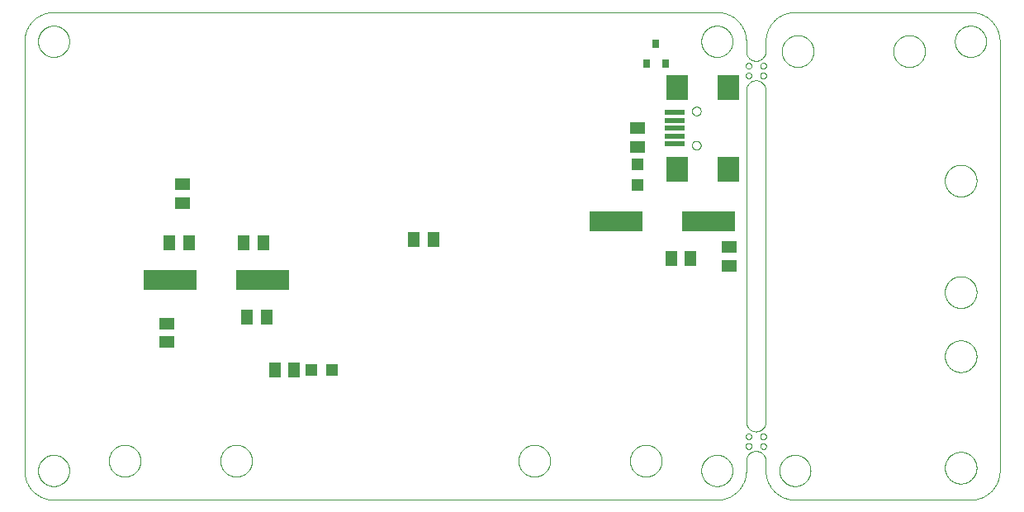
<source format=gtp>
G75*
%MOIN*%
%OFA0B0*%
%FSLAX25Y25*%
%IPPOS*%
%LPD*%
%AMOC8*
5,1,8,0,0,1.08239X$1,22.5*
%
%ADD10C,0.00000*%
%ADD11R,0.04724X0.04724*%
%ADD12R,0.05118X0.06299*%
%ADD13R,0.06299X0.05118*%
%ADD14R,0.21654X0.07874*%
%ADD15R,0.05906X0.05118*%
%ADD16R,0.05118X0.05906*%
%ADD17R,0.03100X0.03500*%
%ADD18R,0.08661X0.09843*%
%ADD19R,0.07874X0.01969*%
D10*
X0013611Y0020494D02*
X0281328Y0020494D01*
X0281328Y0020495D02*
X0281613Y0020498D01*
X0281899Y0020509D01*
X0282184Y0020526D01*
X0282468Y0020550D01*
X0282752Y0020581D01*
X0283035Y0020619D01*
X0283316Y0020664D01*
X0283597Y0020715D01*
X0283877Y0020773D01*
X0284155Y0020838D01*
X0284431Y0020910D01*
X0284705Y0020988D01*
X0284978Y0021073D01*
X0285248Y0021165D01*
X0285516Y0021263D01*
X0285782Y0021367D01*
X0286045Y0021478D01*
X0286305Y0021595D01*
X0286563Y0021718D01*
X0286817Y0021848D01*
X0287068Y0021984D01*
X0287316Y0022125D01*
X0287560Y0022273D01*
X0287801Y0022426D01*
X0288037Y0022586D01*
X0288270Y0022751D01*
X0288499Y0022921D01*
X0288724Y0023097D01*
X0288944Y0023279D01*
X0289160Y0023465D01*
X0289371Y0023657D01*
X0289578Y0023854D01*
X0289780Y0024056D01*
X0289977Y0024263D01*
X0290169Y0024474D01*
X0290355Y0024690D01*
X0290537Y0024910D01*
X0290713Y0025135D01*
X0290883Y0025364D01*
X0291048Y0025597D01*
X0291208Y0025833D01*
X0291361Y0026074D01*
X0291509Y0026318D01*
X0291650Y0026566D01*
X0291786Y0026817D01*
X0291916Y0027071D01*
X0292039Y0027329D01*
X0292156Y0027589D01*
X0292267Y0027852D01*
X0292371Y0028118D01*
X0292469Y0028386D01*
X0292561Y0028656D01*
X0292646Y0028929D01*
X0292724Y0029203D01*
X0292796Y0029479D01*
X0292861Y0029757D01*
X0292919Y0030037D01*
X0292970Y0030318D01*
X0293015Y0030599D01*
X0293053Y0030882D01*
X0293084Y0031166D01*
X0293108Y0031450D01*
X0293125Y0031735D01*
X0293136Y0032021D01*
X0293139Y0032306D01*
X0293139Y0036243D01*
X0297076Y0040180D02*
X0297200Y0040178D01*
X0297323Y0040172D01*
X0297447Y0040163D01*
X0297569Y0040149D01*
X0297692Y0040132D01*
X0297814Y0040110D01*
X0297935Y0040085D01*
X0298055Y0040056D01*
X0298174Y0040024D01*
X0298293Y0039987D01*
X0298410Y0039947D01*
X0298525Y0039904D01*
X0298640Y0039856D01*
X0298752Y0039805D01*
X0298863Y0039751D01*
X0298973Y0039693D01*
X0299080Y0039632D01*
X0299186Y0039567D01*
X0299289Y0039499D01*
X0299390Y0039428D01*
X0299489Y0039354D01*
X0299586Y0039277D01*
X0299680Y0039196D01*
X0299771Y0039113D01*
X0299860Y0039027D01*
X0299946Y0038938D01*
X0300029Y0038847D01*
X0300110Y0038753D01*
X0300187Y0038656D01*
X0300261Y0038557D01*
X0300332Y0038456D01*
X0300400Y0038353D01*
X0300465Y0038247D01*
X0300526Y0038140D01*
X0300584Y0038030D01*
X0300638Y0037919D01*
X0300689Y0037807D01*
X0300737Y0037692D01*
X0300780Y0037577D01*
X0300820Y0037460D01*
X0300857Y0037341D01*
X0300889Y0037222D01*
X0300918Y0037102D01*
X0300943Y0036981D01*
X0300965Y0036859D01*
X0300982Y0036736D01*
X0300996Y0036614D01*
X0301005Y0036490D01*
X0301011Y0036367D01*
X0301013Y0036243D01*
X0301013Y0032306D01*
X0297076Y0040180D02*
X0296952Y0040178D01*
X0296829Y0040172D01*
X0296705Y0040163D01*
X0296583Y0040149D01*
X0296460Y0040132D01*
X0296338Y0040110D01*
X0296217Y0040085D01*
X0296097Y0040056D01*
X0295978Y0040024D01*
X0295859Y0039987D01*
X0295742Y0039947D01*
X0295627Y0039904D01*
X0295512Y0039856D01*
X0295400Y0039805D01*
X0295289Y0039751D01*
X0295179Y0039693D01*
X0295072Y0039632D01*
X0294966Y0039567D01*
X0294863Y0039499D01*
X0294762Y0039428D01*
X0294663Y0039354D01*
X0294566Y0039277D01*
X0294472Y0039196D01*
X0294381Y0039113D01*
X0294292Y0039027D01*
X0294206Y0038938D01*
X0294123Y0038847D01*
X0294042Y0038753D01*
X0293965Y0038656D01*
X0293891Y0038557D01*
X0293820Y0038456D01*
X0293752Y0038353D01*
X0293687Y0038247D01*
X0293626Y0038140D01*
X0293568Y0038030D01*
X0293514Y0037919D01*
X0293463Y0037807D01*
X0293415Y0037692D01*
X0293372Y0037577D01*
X0293332Y0037460D01*
X0293295Y0037341D01*
X0293263Y0037222D01*
X0293234Y0037102D01*
X0293209Y0036981D01*
X0293187Y0036859D01*
X0293170Y0036736D01*
X0293156Y0036614D01*
X0293147Y0036490D01*
X0293141Y0036367D01*
X0293139Y0036243D01*
X0292942Y0042148D02*
X0292944Y0042217D01*
X0292950Y0042285D01*
X0292960Y0042353D01*
X0292974Y0042420D01*
X0292992Y0042487D01*
X0293013Y0042552D01*
X0293039Y0042616D01*
X0293068Y0042678D01*
X0293100Y0042738D01*
X0293136Y0042797D01*
X0293176Y0042853D01*
X0293218Y0042907D01*
X0293264Y0042958D01*
X0293313Y0043007D01*
X0293364Y0043053D01*
X0293418Y0043095D01*
X0293474Y0043135D01*
X0293532Y0043171D01*
X0293593Y0043203D01*
X0293655Y0043232D01*
X0293719Y0043258D01*
X0293784Y0043279D01*
X0293851Y0043297D01*
X0293918Y0043311D01*
X0293986Y0043321D01*
X0294054Y0043327D01*
X0294123Y0043329D01*
X0294192Y0043327D01*
X0294260Y0043321D01*
X0294328Y0043311D01*
X0294395Y0043297D01*
X0294462Y0043279D01*
X0294527Y0043258D01*
X0294591Y0043232D01*
X0294653Y0043203D01*
X0294713Y0043171D01*
X0294772Y0043135D01*
X0294828Y0043095D01*
X0294882Y0043053D01*
X0294933Y0043007D01*
X0294982Y0042958D01*
X0295028Y0042907D01*
X0295070Y0042853D01*
X0295110Y0042797D01*
X0295146Y0042738D01*
X0295178Y0042678D01*
X0295207Y0042616D01*
X0295233Y0042552D01*
X0295254Y0042487D01*
X0295272Y0042420D01*
X0295286Y0042353D01*
X0295296Y0042285D01*
X0295302Y0042217D01*
X0295304Y0042148D01*
X0295302Y0042079D01*
X0295296Y0042011D01*
X0295286Y0041943D01*
X0295272Y0041876D01*
X0295254Y0041809D01*
X0295233Y0041744D01*
X0295207Y0041680D01*
X0295178Y0041618D01*
X0295146Y0041557D01*
X0295110Y0041499D01*
X0295070Y0041443D01*
X0295028Y0041389D01*
X0294982Y0041338D01*
X0294933Y0041289D01*
X0294882Y0041243D01*
X0294828Y0041201D01*
X0294772Y0041161D01*
X0294714Y0041125D01*
X0294653Y0041093D01*
X0294591Y0041064D01*
X0294527Y0041038D01*
X0294462Y0041017D01*
X0294395Y0040999D01*
X0294328Y0040985D01*
X0294260Y0040975D01*
X0294192Y0040969D01*
X0294123Y0040967D01*
X0294054Y0040969D01*
X0293986Y0040975D01*
X0293918Y0040985D01*
X0293851Y0040999D01*
X0293784Y0041017D01*
X0293719Y0041038D01*
X0293655Y0041064D01*
X0293593Y0041093D01*
X0293532Y0041125D01*
X0293474Y0041161D01*
X0293418Y0041201D01*
X0293364Y0041243D01*
X0293313Y0041289D01*
X0293264Y0041338D01*
X0293218Y0041389D01*
X0293176Y0041443D01*
X0293136Y0041499D01*
X0293100Y0041557D01*
X0293068Y0041618D01*
X0293039Y0041680D01*
X0293013Y0041744D01*
X0292992Y0041809D01*
X0292974Y0041876D01*
X0292960Y0041943D01*
X0292950Y0042011D01*
X0292944Y0042079D01*
X0292942Y0042148D01*
X0298847Y0042148D02*
X0298849Y0042217D01*
X0298855Y0042285D01*
X0298865Y0042353D01*
X0298879Y0042420D01*
X0298897Y0042487D01*
X0298918Y0042552D01*
X0298944Y0042616D01*
X0298973Y0042678D01*
X0299005Y0042738D01*
X0299041Y0042797D01*
X0299081Y0042853D01*
X0299123Y0042907D01*
X0299169Y0042958D01*
X0299218Y0043007D01*
X0299269Y0043053D01*
X0299323Y0043095D01*
X0299379Y0043135D01*
X0299437Y0043171D01*
X0299498Y0043203D01*
X0299560Y0043232D01*
X0299624Y0043258D01*
X0299689Y0043279D01*
X0299756Y0043297D01*
X0299823Y0043311D01*
X0299891Y0043321D01*
X0299959Y0043327D01*
X0300028Y0043329D01*
X0300097Y0043327D01*
X0300165Y0043321D01*
X0300233Y0043311D01*
X0300300Y0043297D01*
X0300367Y0043279D01*
X0300432Y0043258D01*
X0300496Y0043232D01*
X0300558Y0043203D01*
X0300618Y0043171D01*
X0300677Y0043135D01*
X0300733Y0043095D01*
X0300787Y0043053D01*
X0300838Y0043007D01*
X0300887Y0042958D01*
X0300933Y0042907D01*
X0300975Y0042853D01*
X0301015Y0042797D01*
X0301051Y0042738D01*
X0301083Y0042678D01*
X0301112Y0042616D01*
X0301138Y0042552D01*
X0301159Y0042487D01*
X0301177Y0042420D01*
X0301191Y0042353D01*
X0301201Y0042285D01*
X0301207Y0042217D01*
X0301209Y0042148D01*
X0301207Y0042079D01*
X0301201Y0042011D01*
X0301191Y0041943D01*
X0301177Y0041876D01*
X0301159Y0041809D01*
X0301138Y0041744D01*
X0301112Y0041680D01*
X0301083Y0041618D01*
X0301051Y0041557D01*
X0301015Y0041499D01*
X0300975Y0041443D01*
X0300933Y0041389D01*
X0300887Y0041338D01*
X0300838Y0041289D01*
X0300787Y0041243D01*
X0300733Y0041201D01*
X0300677Y0041161D01*
X0300619Y0041125D01*
X0300558Y0041093D01*
X0300496Y0041064D01*
X0300432Y0041038D01*
X0300367Y0041017D01*
X0300300Y0040999D01*
X0300233Y0040985D01*
X0300165Y0040975D01*
X0300097Y0040969D01*
X0300028Y0040967D01*
X0299959Y0040969D01*
X0299891Y0040975D01*
X0299823Y0040985D01*
X0299756Y0040999D01*
X0299689Y0041017D01*
X0299624Y0041038D01*
X0299560Y0041064D01*
X0299498Y0041093D01*
X0299437Y0041125D01*
X0299379Y0041161D01*
X0299323Y0041201D01*
X0299269Y0041243D01*
X0299218Y0041289D01*
X0299169Y0041338D01*
X0299123Y0041389D01*
X0299081Y0041443D01*
X0299041Y0041499D01*
X0299005Y0041557D01*
X0298973Y0041618D01*
X0298944Y0041680D01*
X0298918Y0041744D01*
X0298897Y0041809D01*
X0298879Y0041876D01*
X0298865Y0041943D01*
X0298855Y0042011D01*
X0298849Y0042079D01*
X0298847Y0042148D01*
X0298847Y0046085D02*
X0298849Y0046154D01*
X0298855Y0046222D01*
X0298865Y0046290D01*
X0298879Y0046357D01*
X0298897Y0046424D01*
X0298918Y0046489D01*
X0298944Y0046553D01*
X0298973Y0046615D01*
X0299005Y0046675D01*
X0299041Y0046734D01*
X0299081Y0046790D01*
X0299123Y0046844D01*
X0299169Y0046895D01*
X0299218Y0046944D01*
X0299269Y0046990D01*
X0299323Y0047032D01*
X0299379Y0047072D01*
X0299437Y0047108D01*
X0299498Y0047140D01*
X0299560Y0047169D01*
X0299624Y0047195D01*
X0299689Y0047216D01*
X0299756Y0047234D01*
X0299823Y0047248D01*
X0299891Y0047258D01*
X0299959Y0047264D01*
X0300028Y0047266D01*
X0300097Y0047264D01*
X0300165Y0047258D01*
X0300233Y0047248D01*
X0300300Y0047234D01*
X0300367Y0047216D01*
X0300432Y0047195D01*
X0300496Y0047169D01*
X0300558Y0047140D01*
X0300618Y0047108D01*
X0300677Y0047072D01*
X0300733Y0047032D01*
X0300787Y0046990D01*
X0300838Y0046944D01*
X0300887Y0046895D01*
X0300933Y0046844D01*
X0300975Y0046790D01*
X0301015Y0046734D01*
X0301051Y0046675D01*
X0301083Y0046615D01*
X0301112Y0046553D01*
X0301138Y0046489D01*
X0301159Y0046424D01*
X0301177Y0046357D01*
X0301191Y0046290D01*
X0301201Y0046222D01*
X0301207Y0046154D01*
X0301209Y0046085D01*
X0301207Y0046016D01*
X0301201Y0045948D01*
X0301191Y0045880D01*
X0301177Y0045813D01*
X0301159Y0045746D01*
X0301138Y0045681D01*
X0301112Y0045617D01*
X0301083Y0045555D01*
X0301051Y0045494D01*
X0301015Y0045436D01*
X0300975Y0045380D01*
X0300933Y0045326D01*
X0300887Y0045275D01*
X0300838Y0045226D01*
X0300787Y0045180D01*
X0300733Y0045138D01*
X0300677Y0045098D01*
X0300619Y0045062D01*
X0300558Y0045030D01*
X0300496Y0045001D01*
X0300432Y0044975D01*
X0300367Y0044954D01*
X0300300Y0044936D01*
X0300233Y0044922D01*
X0300165Y0044912D01*
X0300097Y0044906D01*
X0300028Y0044904D01*
X0299959Y0044906D01*
X0299891Y0044912D01*
X0299823Y0044922D01*
X0299756Y0044936D01*
X0299689Y0044954D01*
X0299624Y0044975D01*
X0299560Y0045001D01*
X0299498Y0045030D01*
X0299437Y0045062D01*
X0299379Y0045098D01*
X0299323Y0045138D01*
X0299269Y0045180D01*
X0299218Y0045226D01*
X0299169Y0045275D01*
X0299123Y0045326D01*
X0299081Y0045380D01*
X0299041Y0045436D01*
X0299005Y0045494D01*
X0298973Y0045555D01*
X0298944Y0045617D01*
X0298918Y0045681D01*
X0298897Y0045746D01*
X0298879Y0045813D01*
X0298865Y0045880D01*
X0298855Y0045948D01*
X0298849Y0046016D01*
X0298847Y0046085D01*
X0292942Y0046085D02*
X0292944Y0046154D01*
X0292950Y0046222D01*
X0292960Y0046290D01*
X0292974Y0046357D01*
X0292992Y0046424D01*
X0293013Y0046489D01*
X0293039Y0046553D01*
X0293068Y0046615D01*
X0293100Y0046675D01*
X0293136Y0046734D01*
X0293176Y0046790D01*
X0293218Y0046844D01*
X0293264Y0046895D01*
X0293313Y0046944D01*
X0293364Y0046990D01*
X0293418Y0047032D01*
X0293474Y0047072D01*
X0293532Y0047108D01*
X0293593Y0047140D01*
X0293655Y0047169D01*
X0293719Y0047195D01*
X0293784Y0047216D01*
X0293851Y0047234D01*
X0293918Y0047248D01*
X0293986Y0047258D01*
X0294054Y0047264D01*
X0294123Y0047266D01*
X0294192Y0047264D01*
X0294260Y0047258D01*
X0294328Y0047248D01*
X0294395Y0047234D01*
X0294462Y0047216D01*
X0294527Y0047195D01*
X0294591Y0047169D01*
X0294653Y0047140D01*
X0294713Y0047108D01*
X0294772Y0047072D01*
X0294828Y0047032D01*
X0294882Y0046990D01*
X0294933Y0046944D01*
X0294982Y0046895D01*
X0295028Y0046844D01*
X0295070Y0046790D01*
X0295110Y0046734D01*
X0295146Y0046675D01*
X0295178Y0046615D01*
X0295207Y0046553D01*
X0295233Y0046489D01*
X0295254Y0046424D01*
X0295272Y0046357D01*
X0295286Y0046290D01*
X0295296Y0046222D01*
X0295302Y0046154D01*
X0295304Y0046085D01*
X0295302Y0046016D01*
X0295296Y0045948D01*
X0295286Y0045880D01*
X0295272Y0045813D01*
X0295254Y0045746D01*
X0295233Y0045681D01*
X0295207Y0045617D01*
X0295178Y0045555D01*
X0295146Y0045494D01*
X0295110Y0045436D01*
X0295070Y0045380D01*
X0295028Y0045326D01*
X0294982Y0045275D01*
X0294933Y0045226D01*
X0294882Y0045180D01*
X0294828Y0045138D01*
X0294772Y0045098D01*
X0294714Y0045062D01*
X0294653Y0045030D01*
X0294591Y0045001D01*
X0294527Y0044975D01*
X0294462Y0044954D01*
X0294395Y0044936D01*
X0294328Y0044922D01*
X0294260Y0044912D01*
X0294192Y0044906D01*
X0294123Y0044904D01*
X0294054Y0044906D01*
X0293986Y0044912D01*
X0293918Y0044922D01*
X0293851Y0044936D01*
X0293784Y0044954D01*
X0293719Y0044975D01*
X0293655Y0045001D01*
X0293593Y0045030D01*
X0293532Y0045062D01*
X0293474Y0045098D01*
X0293418Y0045138D01*
X0293364Y0045180D01*
X0293313Y0045226D01*
X0293264Y0045275D01*
X0293218Y0045326D01*
X0293176Y0045380D01*
X0293136Y0045436D01*
X0293100Y0045494D01*
X0293068Y0045555D01*
X0293039Y0045617D01*
X0293013Y0045681D01*
X0292992Y0045746D01*
X0292974Y0045813D01*
X0292960Y0045880D01*
X0292950Y0045948D01*
X0292944Y0046016D01*
X0292942Y0046085D01*
X0293139Y0051991D02*
X0293139Y0185849D01*
X0293141Y0185973D01*
X0293147Y0186096D01*
X0293156Y0186220D01*
X0293170Y0186342D01*
X0293187Y0186465D01*
X0293209Y0186587D01*
X0293234Y0186708D01*
X0293263Y0186828D01*
X0293295Y0186947D01*
X0293332Y0187066D01*
X0293372Y0187183D01*
X0293415Y0187298D01*
X0293463Y0187413D01*
X0293514Y0187525D01*
X0293568Y0187636D01*
X0293626Y0187746D01*
X0293687Y0187853D01*
X0293752Y0187959D01*
X0293820Y0188062D01*
X0293891Y0188163D01*
X0293965Y0188262D01*
X0294042Y0188359D01*
X0294123Y0188453D01*
X0294206Y0188544D01*
X0294292Y0188633D01*
X0294381Y0188719D01*
X0294472Y0188802D01*
X0294566Y0188883D01*
X0294663Y0188960D01*
X0294762Y0189034D01*
X0294863Y0189105D01*
X0294966Y0189173D01*
X0295072Y0189238D01*
X0295179Y0189299D01*
X0295289Y0189357D01*
X0295400Y0189411D01*
X0295512Y0189462D01*
X0295627Y0189510D01*
X0295742Y0189553D01*
X0295859Y0189593D01*
X0295978Y0189630D01*
X0296097Y0189662D01*
X0296217Y0189691D01*
X0296338Y0189716D01*
X0296460Y0189738D01*
X0296583Y0189755D01*
X0296705Y0189769D01*
X0296829Y0189778D01*
X0296952Y0189784D01*
X0297076Y0189786D01*
X0298847Y0191754D02*
X0298849Y0191823D01*
X0298855Y0191891D01*
X0298865Y0191959D01*
X0298879Y0192026D01*
X0298897Y0192093D01*
X0298918Y0192158D01*
X0298944Y0192222D01*
X0298973Y0192284D01*
X0299005Y0192344D01*
X0299041Y0192403D01*
X0299081Y0192459D01*
X0299123Y0192513D01*
X0299169Y0192564D01*
X0299218Y0192613D01*
X0299269Y0192659D01*
X0299323Y0192701D01*
X0299379Y0192741D01*
X0299437Y0192777D01*
X0299498Y0192809D01*
X0299560Y0192838D01*
X0299624Y0192864D01*
X0299689Y0192885D01*
X0299756Y0192903D01*
X0299823Y0192917D01*
X0299891Y0192927D01*
X0299959Y0192933D01*
X0300028Y0192935D01*
X0300097Y0192933D01*
X0300165Y0192927D01*
X0300233Y0192917D01*
X0300300Y0192903D01*
X0300367Y0192885D01*
X0300432Y0192864D01*
X0300496Y0192838D01*
X0300558Y0192809D01*
X0300618Y0192777D01*
X0300677Y0192741D01*
X0300733Y0192701D01*
X0300787Y0192659D01*
X0300838Y0192613D01*
X0300887Y0192564D01*
X0300933Y0192513D01*
X0300975Y0192459D01*
X0301015Y0192403D01*
X0301051Y0192344D01*
X0301083Y0192284D01*
X0301112Y0192222D01*
X0301138Y0192158D01*
X0301159Y0192093D01*
X0301177Y0192026D01*
X0301191Y0191959D01*
X0301201Y0191891D01*
X0301207Y0191823D01*
X0301209Y0191754D01*
X0301207Y0191685D01*
X0301201Y0191617D01*
X0301191Y0191549D01*
X0301177Y0191482D01*
X0301159Y0191415D01*
X0301138Y0191350D01*
X0301112Y0191286D01*
X0301083Y0191224D01*
X0301051Y0191163D01*
X0301015Y0191105D01*
X0300975Y0191049D01*
X0300933Y0190995D01*
X0300887Y0190944D01*
X0300838Y0190895D01*
X0300787Y0190849D01*
X0300733Y0190807D01*
X0300677Y0190767D01*
X0300619Y0190731D01*
X0300558Y0190699D01*
X0300496Y0190670D01*
X0300432Y0190644D01*
X0300367Y0190623D01*
X0300300Y0190605D01*
X0300233Y0190591D01*
X0300165Y0190581D01*
X0300097Y0190575D01*
X0300028Y0190573D01*
X0299959Y0190575D01*
X0299891Y0190581D01*
X0299823Y0190591D01*
X0299756Y0190605D01*
X0299689Y0190623D01*
X0299624Y0190644D01*
X0299560Y0190670D01*
X0299498Y0190699D01*
X0299437Y0190731D01*
X0299379Y0190767D01*
X0299323Y0190807D01*
X0299269Y0190849D01*
X0299218Y0190895D01*
X0299169Y0190944D01*
X0299123Y0190995D01*
X0299081Y0191049D01*
X0299041Y0191105D01*
X0299005Y0191163D01*
X0298973Y0191224D01*
X0298944Y0191286D01*
X0298918Y0191350D01*
X0298897Y0191415D01*
X0298879Y0191482D01*
X0298865Y0191549D01*
X0298855Y0191617D01*
X0298849Y0191685D01*
X0298847Y0191754D01*
X0292942Y0191754D02*
X0292944Y0191823D01*
X0292950Y0191891D01*
X0292960Y0191959D01*
X0292974Y0192026D01*
X0292992Y0192093D01*
X0293013Y0192158D01*
X0293039Y0192222D01*
X0293068Y0192284D01*
X0293100Y0192344D01*
X0293136Y0192403D01*
X0293176Y0192459D01*
X0293218Y0192513D01*
X0293264Y0192564D01*
X0293313Y0192613D01*
X0293364Y0192659D01*
X0293418Y0192701D01*
X0293474Y0192741D01*
X0293532Y0192777D01*
X0293593Y0192809D01*
X0293655Y0192838D01*
X0293719Y0192864D01*
X0293784Y0192885D01*
X0293851Y0192903D01*
X0293918Y0192917D01*
X0293986Y0192927D01*
X0294054Y0192933D01*
X0294123Y0192935D01*
X0294192Y0192933D01*
X0294260Y0192927D01*
X0294328Y0192917D01*
X0294395Y0192903D01*
X0294462Y0192885D01*
X0294527Y0192864D01*
X0294591Y0192838D01*
X0294653Y0192809D01*
X0294713Y0192777D01*
X0294772Y0192741D01*
X0294828Y0192701D01*
X0294882Y0192659D01*
X0294933Y0192613D01*
X0294982Y0192564D01*
X0295028Y0192513D01*
X0295070Y0192459D01*
X0295110Y0192403D01*
X0295146Y0192344D01*
X0295178Y0192284D01*
X0295207Y0192222D01*
X0295233Y0192158D01*
X0295254Y0192093D01*
X0295272Y0192026D01*
X0295286Y0191959D01*
X0295296Y0191891D01*
X0295302Y0191823D01*
X0295304Y0191754D01*
X0295302Y0191685D01*
X0295296Y0191617D01*
X0295286Y0191549D01*
X0295272Y0191482D01*
X0295254Y0191415D01*
X0295233Y0191350D01*
X0295207Y0191286D01*
X0295178Y0191224D01*
X0295146Y0191163D01*
X0295110Y0191105D01*
X0295070Y0191049D01*
X0295028Y0190995D01*
X0294982Y0190944D01*
X0294933Y0190895D01*
X0294882Y0190849D01*
X0294828Y0190807D01*
X0294772Y0190767D01*
X0294714Y0190731D01*
X0294653Y0190699D01*
X0294591Y0190670D01*
X0294527Y0190644D01*
X0294462Y0190623D01*
X0294395Y0190605D01*
X0294328Y0190591D01*
X0294260Y0190581D01*
X0294192Y0190575D01*
X0294123Y0190573D01*
X0294054Y0190575D01*
X0293986Y0190581D01*
X0293918Y0190591D01*
X0293851Y0190605D01*
X0293784Y0190623D01*
X0293719Y0190644D01*
X0293655Y0190670D01*
X0293593Y0190699D01*
X0293532Y0190731D01*
X0293474Y0190767D01*
X0293418Y0190807D01*
X0293364Y0190849D01*
X0293313Y0190895D01*
X0293264Y0190944D01*
X0293218Y0190995D01*
X0293176Y0191049D01*
X0293136Y0191105D01*
X0293100Y0191163D01*
X0293068Y0191224D01*
X0293039Y0191286D01*
X0293013Y0191350D01*
X0292992Y0191415D01*
X0292974Y0191482D01*
X0292960Y0191549D01*
X0292950Y0191617D01*
X0292944Y0191685D01*
X0292942Y0191754D01*
X0292942Y0195691D02*
X0292944Y0195760D01*
X0292950Y0195828D01*
X0292960Y0195896D01*
X0292974Y0195963D01*
X0292992Y0196030D01*
X0293013Y0196095D01*
X0293039Y0196159D01*
X0293068Y0196221D01*
X0293100Y0196281D01*
X0293136Y0196340D01*
X0293176Y0196396D01*
X0293218Y0196450D01*
X0293264Y0196501D01*
X0293313Y0196550D01*
X0293364Y0196596D01*
X0293418Y0196638D01*
X0293474Y0196678D01*
X0293532Y0196714D01*
X0293593Y0196746D01*
X0293655Y0196775D01*
X0293719Y0196801D01*
X0293784Y0196822D01*
X0293851Y0196840D01*
X0293918Y0196854D01*
X0293986Y0196864D01*
X0294054Y0196870D01*
X0294123Y0196872D01*
X0294192Y0196870D01*
X0294260Y0196864D01*
X0294328Y0196854D01*
X0294395Y0196840D01*
X0294462Y0196822D01*
X0294527Y0196801D01*
X0294591Y0196775D01*
X0294653Y0196746D01*
X0294713Y0196714D01*
X0294772Y0196678D01*
X0294828Y0196638D01*
X0294882Y0196596D01*
X0294933Y0196550D01*
X0294982Y0196501D01*
X0295028Y0196450D01*
X0295070Y0196396D01*
X0295110Y0196340D01*
X0295146Y0196281D01*
X0295178Y0196221D01*
X0295207Y0196159D01*
X0295233Y0196095D01*
X0295254Y0196030D01*
X0295272Y0195963D01*
X0295286Y0195896D01*
X0295296Y0195828D01*
X0295302Y0195760D01*
X0295304Y0195691D01*
X0295302Y0195622D01*
X0295296Y0195554D01*
X0295286Y0195486D01*
X0295272Y0195419D01*
X0295254Y0195352D01*
X0295233Y0195287D01*
X0295207Y0195223D01*
X0295178Y0195161D01*
X0295146Y0195100D01*
X0295110Y0195042D01*
X0295070Y0194986D01*
X0295028Y0194932D01*
X0294982Y0194881D01*
X0294933Y0194832D01*
X0294882Y0194786D01*
X0294828Y0194744D01*
X0294772Y0194704D01*
X0294714Y0194668D01*
X0294653Y0194636D01*
X0294591Y0194607D01*
X0294527Y0194581D01*
X0294462Y0194560D01*
X0294395Y0194542D01*
X0294328Y0194528D01*
X0294260Y0194518D01*
X0294192Y0194512D01*
X0294123Y0194510D01*
X0294054Y0194512D01*
X0293986Y0194518D01*
X0293918Y0194528D01*
X0293851Y0194542D01*
X0293784Y0194560D01*
X0293719Y0194581D01*
X0293655Y0194607D01*
X0293593Y0194636D01*
X0293532Y0194668D01*
X0293474Y0194704D01*
X0293418Y0194744D01*
X0293364Y0194786D01*
X0293313Y0194832D01*
X0293264Y0194881D01*
X0293218Y0194932D01*
X0293176Y0194986D01*
X0293136Y0195042D01*
X0293100Y0195100D01*
X0293068Y0195161D01*
X0293039Y0195223D01*
X0293013Y0195287D01*
X0292992Y0195352D01*
X0292974Y0195419D01*
X0292960Y0195486D01*
X0292950Y0195554D01*
X0292944Y0195622D01*
X0292942Y0195691D01*
X0298847Y0195691D02*
X0298849Y0195760D01*
X0298855Y0195828D01*
X0298865Y0195896D01*
X0298879Y0195963D01*
X0298897Y0196030D01*
X0298918Y0196095D01*
X0298944Y0196159D01*
X0298973Y0196221D01*
X0299005Y0196281D01*
X0299041Y0196340D01*
X0299081Y0196396D01*
X0299123Y0196450D01*
X0299169Y0196501D01*
X0299218Y0196550D01*
X0299269Y0196596D01*
X0299323Y0196638D01*
X0299379Y0196678D01*
X0299437Y0196714D01*
X0299498Y0196746D01*
X0299560Y0196775D01*
X0299624Y0196801D01*
X0299689Y0196822D01*
X0299756Y0196840D01*
X0299823Y0196854D01*
X0299891Y0196864D01*
X0299959Y0196870D01*
X0300028Y0196872D01*
X0300097Y0196870D01*
X0300165Y0196864D01*
X0300233Y0196854D01*
X0300300Y0196840D01*
X0300367Y0196822D01*
X0300432Y0196801D01*
X0300496Y0196775D01*
X0300558Y0196746D01*
X0300618Y0196714D01*
X0300677Y0196678D01*
X0300733Y0196638D01*
X0300787Y0196596D01*
X0300838Y0196550D01*
X0300887Y0196501D01*
X0300933Y0196450D01*
X0300975Y0196396D01*
X0301015Y0196340D01*
X0301051Y0196281D01*
X0301083Y0196221D01*
X0301112Y0196159D01*
X0301138Y0196095D01*
X0301159Y0196030D01*
X0301177Y0195963D01*
X0301191Y0195896D01*
X0301201Y0195828D01*
X0301207Y0195760D01*
X0301209Y0195691D01*
X0301207Y0195622D01*
X0301201Y0195554D01*
X0301191Y0195486D01*
X0301177Y0195419D01*
X0301159Y0195352D01*
X0301138Y0195287D01*
X0301112Y0195223D01*
X0301083Y0195161D01*
X0301051Y0195100D01*
X0301015Y0195042D01*
X0300975Y0194986D01*
X0300933Y0194932D01*
X0300887Y0194881D01*
X0300838Y0194832D01*
X0300787Y0194786D01*
X0300733Y0194744D01*
X0300677Y0194704D01*
X0300619Y0194668D01*
X0300558Y0194636D01*
X0300496Y0194607D01*
X0300432Y0194581D01*
X0300367Y0194560D01*
X0300300Y0194542D01*
X0300233Y0194528D01*
X0300165Y0194518D01*
X0300097Y0194512D01*
X0300028Y0194510D01*
X0299959Y0194512D01*
X0299891Y0194518D01*
X0299823Y0194528D01*
X0299756Y0194542D01*
X0299689Y0194560D01*
X0299624Y0194581D01*
X0299560Y0194607D01*
X0299498Y0194636D01*
X0299437Y0194668D01*
X0299379Y0194704D01*
X0299323Y0194744D01*
X0299269Y0194786D01*
X0299218Y0194832D01*
X0299169Y0194881D01*
X0299123Y0194932D01*
X0299081Y0194986D01*
X0299041Y0195042D01*
X0299005Y0195100D01*
X0298973Y0195161D01*
X0298944Y0195223D01*
X0298918Y0195287D01*
X0298897Y0195352D01*
X0298879Y0195419D01*
X0298865Y0195486D01*
X0298855Y0195554D01*
X0298849Y0195622D01*
X0298847Y0195691D01*
X0297076Y0197660D02*
X0297200Y0197662D01*
X0297323Y0197668D01*
X0297447Y0197677D01*
X0297569Y0197691D01*
X0297692Y0197708D01*
X0297814Y0197730D01*
X0297935Y0197755D01*
X0298055Y0197784D01*
X0298174Y0197816D01*
X0298293Y0197853D01*
X0298410Y0197893D01*
X0298525Y0197936D01*
X0298640Y0197984D01*
X0298752Y0198035D01*
X0298863Y0198089D01*
X0298973Y0198147D01*
X0299080Y0198208D01*
X0299186Y0198273D01*
X0299289Y0198341D01*
X0299390Y0198412D01*
X0299489Y0198486D01*
X0299586Y0198563D01*
X0299680Y0198644D01*
X0299771Y0198727D01*
X0299860Y0198813D01*
X0299946Y0198902D01*
X0300029Y0198993D01*
X0300110Y0199087D01*
X0300187Y0199184D01*
X0300261Y0199283D01*
X0300332Y0199384D01*
X0300400Y0199487D01*
X0300465Y0199593D01*
X0300526Y0199700D01*
X0300584Y0199810D01*
X0300638Y0199921D01*
X0300689Y0200033D01*
X0300737Y0200148D01*
X0300780Y0200263D01*
X0300820Y0200380D01*
X0300857Y0200499D01*
X0300889Y0200618D01*
X0300918Y0200738D01*
X0300943Y0200859D01*
X0300965Y0200981D01*
X0300982Y0201104D01*
X0300996Y0201226D01*
X0301005Y0201350D01*
X0301011Y0201473D01*
X0301013Y0201597D01*
X0301013Y0205534D01*
X0293139Y0201597D02*
X0293141Y0201473D01*
X0293147Y0201350D01*
X0293156Y0201226D01*
X0293170Y0201104D01*
X0293187Y0200981D01*
X0293209Y0200859D01*
X0293234Y0200738D01*
X0293263Y0200618D01*
X0293295Y0200499D01*
X0293332Y0200380D01*
X0293372Y0200263D01*
X0293415Y0200148D01*
X0293463Y0200033D01*
X0293514Y0199921D01*
X0293568Y0199810D01*
X0293626Y0199700D01*
X0293687Y0199593D01*
X0293752Y0199487D01*
X0293820Y0199384D01*
X0293891Y0199283D01*
X0293965Y0199184D01*
X0294042Y0199087D01*
X0294123Y0198993D01*
X0294206Y0198902D01*
X0294292Y0198813D01*
X0294381Y0198727D01*
X0294472Y0198644D01*
X0294566Y0198563D01*
X0294663Y0198486D01*
X0294762Y0198412D01*
X0294863Y0198341D01*
X0294966Y0198273D01*
X0295072Y0198208D01*
X0295179Y0198147D01*
X0295289Y0198089D01*
X0295400Y0198035D01*
X0295512Y0197984D01*
X0295627Y0197936D01*
X0295742Y0197893D01*
X0295859Y0197853D01*
X0295978Y0197816D01*
X0296097Y0197784D01*
X0296217Y0197755D01*
X0296338Y0197730D01*
X0296460Y0197708D01*
X0296583Y0197691D01*
X0296705Y0197677D01*
X0296829Y0197668D01*
X0296952Y0197662D01*
X0297076Y0197660D01*
X0293139Y0201597D02*
X0293139Y0205534D01*
X0293136Y0205819D01*
X0293125Y0206105D01*
X0293108Y0206390D01*
X0293084Y0206674D01*
X0293053Y0206958D01*
X0293015Y0207241D01*
X0292970Y0207522D01*
X0292919Y0207803D01*
X0292861Y0208083D01*
X0292796Y0208361D01*
X0292724Y0208637D01*
X0292646Y0208911D01*
X0292561Y0209184D01*
X0292469Y0209454D01*
X0292371Y0209722D01*
X0292267Y0209988D01*
X0292156Y0210251D01*
X0292039Y0210511D01*
X0291916Y0210769D01*
X0291786Y0211023D01*
X0291650Y0211274D01*
X0291509Y0211522D01*
X0291361Y0211766D01*
X0291208Y0212007D01*
X0291048Y0212243D01*
X0290883Y0212476D01*
X0290713Y0212705D01*
X0290537Y0212930D01*
X0290355Y0213150D01*
X0290169Y0213366D01*
X0289977Y0213577D01*
X0289780Y0213784D01*
X0289578Y0213986D01*
X0289371Y0214183D01*
X0289160Y0214375D01*
X0288944Y0214561D01*
X0288724Y0214743D01*
X0288499Y0214919D01*
X0288270Y0215089D01*
X0288037Y0215254D01*
X0287801Y0215414D01*
X0287560Y0215567D01*
X0287316Y0215715D01*
X0287068Y0215856D01*
X0286817Y0215992D01*
X0286563Y0216122D01*
X0286305Y0216245D01*
X0286045Y0216362D01*
X0285782Y0216473D01*
X0285516Y0216577D01*
X0285248Y0216675D01*
X0284978Y0216767D01*
X0284705Y0216852D01*
X0284431Y0216930D01*
X0284155Y0217002D01*
X0283877Y0217067D01*
X0283597Y0217125D01*
X0283316Y0217176D01*
X0283035Y0217221D01*
X0282752Y0217259D01*
X0282468Y0217290D01*
X0282184Y0217314D01*
X0281899Y0217331D01*
X0281613Y0217342D01*
X0281328Y0217345D01*
X0013611Y0217345D01*
X0013326Y0217342D01*
X0013040Y0217331D01*
X0012755Y0217314D01*
X0012471Y0217290D01*
X0012187Y0217259D01*
X0011904Y0217221D01*
X0011623Y0217176D01*
X0011342Y0217125D01*
X0011062Y0217067D01*
X0010784Y0217002D01*
X0010508Y0216930D01*
X0010234Y0216852D01*
X0009961Y0216767D01*
X0009691Y0216675D01*
X0009423Y0216577D01*
X0009157Y0216473D01*
X0008894Y0216362D01*
X0008634Y0216245D01*
X0008376Y0216122D01*
X0008122Y0215992D01*
X0007871Y0215856D01*
X0007623Y0215715D01*
X0007379Y0215567D01*
X0007138Y0215414D01*
X0006902Y0215254D01*
X0006669Y0215089D01*
X0006440Y0214919D01*
X0006215Y0214743D01*
X0005995Y0214561D01*
X0005779Y0214375D01*
X0005568Y0214183D01*
X0005361Y0213986D01*
X0005159Y0213784D01*
X0004962Y0213577D01*
X0004770Y0213366D01*
X0004584Y0213150D01*
X0004402Y0212930D01*
X0004226Y0212705D01*
X0004056Y0212476D01*
X0003891Y0212243D01*
X0003731Y0212007D01*
X0003578Y0211766D01*
X0003430Y0211522D01*
X0003289Y0211274D01*
X0003153Y0211023D01*
X0003023Y0210769D01*
X0002900Y0210511D01*
X0002783Y0210251D01*
X0002672Y0209988D01*
X0002568Y0209722D01*
X0002470Y0209454D01*
X0002378Y0209184D01*
X0002293Y0208911D01*
X0002215Y0208637D01*
X0002143Y0208361D01*
X0002078Y0208083D01*
X0002020Y0207803D01*
X0001969Y0207522D01*
X0001924Y0207241D01*
X0001886Y0206958D01*
X0001855Y0206674D01*
X0001831Y0206390D01*
X0001814Y0206105D01*
X0001803Y0205819D01*
X0001800Y0205534D01*
X0001800Y0032306D01*
X0001803Y0032021D01*
X0001814Y0031735D01*
X0001831Y0031450D01*
X0001855Y0031166D01*
X0001886Y0030882D01*
X0001924Y0030599D01*
X0001969Y0030318D01*
X0002020Y0030037D01*
X0002078Y0029757D01*
X0002143Y0029479D01*
X0002215Y0029203D01*
X0002293Y0028929D01*
X0002378Y0028656D01*
X0002470Y0028386D01*
X0002568Y0028118D01*
X0002672Y0027852D01*
X0002783Y0027589D01*
X0002900Y0027329D01*
X0003023Y0027071D01*
X0003153Y0026817D01*
X0003289Y0026566D01*
X0003430Y0026318D01*
X0003578Y0026074D01*
X0003731Y0025833D01*
X0003891Y0025597D01*
X0004056Y0025364D01*
X0004226Y0025135D01*
X0004402Y0024910D01*
X0004584Y0024690D01*
X0004770Y0024474D01*
X0004962Y0024263D01*
X0005159Y0024056D01*
X0005361Y0023854D01*
X0005568Y0023657D01*
X0005779Y0023465D01*
X0005995Y0023279D01*
X0006215Y0023097D01*
X0006440Y0022921D01*
X0006669Y0022751D01*
X0006902Y0022586D01*
X0007138Y0022426D01*
X0007379Y0022273D01*
X0007623Y0022125D01*
X0007871Y0021984D01*
X0008122Y0021848D01*
X0008376Y0021718D01*
X0008634Y0021595D01*
X0008894Y0021478D01*
X0009157Y0021367D01*
X0009423Y0021263D01*
X0009691Y0021165D01*
X0009961Y0021073D01*
X0010234Y0020988D01*
X0010508Y0020910D01*
X0010784Y0020838D01*
X0011062Y0020773D01*
X0011342Y0020715D01*
X0011623Y0020664D01*
X0011904Y0020619D01*
X0012187Y0020581D01*
X0012471Y0020550D01*
X0012755Y0020526D01*
X0013040Y0020509D01*
X0013326Y0020498D01*
X0013611Y0020495D01*
X0007312Y0032306D02*
X0007314Y0032464D01*
X0007320Y0032622D01*
X0007330Y0032780D01*
X0007344Y0032938D01*
X0007362Y0033095D01*
X0007383Y0033252D01*
X0007409Y0033408D01*
X0007439Y0033564D01*
X0007472Y0033719D01*
X0007510Y0033872D01*
X0007551Y0034025D01*
X0007596Y0034177D01*
X0007645Y0034328D01*
X0007698Y0034477D01*
X0007754Y0034625D01*
X0007814Y0034771D01*
X0007878Y0034916D01*
X0007946Y0035059D01*
X0008017Y0035201D01*
X0008091Y0035341D01*
X0008169Y0035478D01*
X0008251Y0035614D01*
X0008335Y0035748D01*
X0008424Y0035879D01*
X0008515Y0036008D01*
X0008610Y0036135D01*
X0008707Y0036260D01*
X0008808Y0036382D01*
X0008912Y0036501D01*
X0009019Y0036618D01*
X0009129Y0036732D01*
X0009242Y0036843D01*
X0009357Y0036952D01*
X0009475Y0037057D01*
X0009596Y0037159D01*
X0009719Y0037259D01*
X0009845Y0037355D01*
X0009973Y0037448D01*
X0010103Y0037538D01*
X0010236Y0037624D01*
X0010371Y0037708D01*
X0010507Y0037787D01*
X0010646Y0037864D01*
X0010787Y0037936D01*
X0010929Y0038006D01*
X0011073Y0038071D01*
X0011219Y0038133D01*
X0011366Y0038191D01*
X0011515Y0038246D01*
X0011665Y0038297D01*
X0011816Y0038344D01*
X0011968Y0038387D01*
X0012121Y0038426D01*
X0012276Y0038462D01*
X0012431Y0038493D01*
X0012587Y0038521D01*
X0012743Y0038545D01*
X0012900Y0038565D01*
X0013058Y0038581D01*
X0013215Y0038593D01*
X0013374Y0038601D01*
X0013532Y0038605D01*
X0013690Y0038605D01*
X0013848Y0038601D01*
X0014007Y0038593D01*
X0014164Y0038581D01*
X0014322Y0038565D01*
X0014479Y0038545D01*
X0014635Y0038521D01*
X0014791Y0038493D01*
X0014946Y0038462D01*
X0015101Y0038426D01*
X0015254Y0038387D01*
X0015406Y0038344D01*
X0015557Y0038297D01*
X0015707Y0038246D01*
X0015856Y0038191D01*
X0016003Y0038133D01*
X0016149Y0038071D01*
X0016293Y0038006D01*
X0016435Y0037936D01*
X0016576Y0037864D01*
X0016715Y0037787D01*
X0016851Y0037708D01*
X0016986Y0037624D01*
X0017119Y0037538D01*
X0017249Y0037448D01*
X0017377Y0037355D01*
X0017503Y0037259D01*
X0017626Y0037159D01*
X0017747Y0037057D01*
X0017865Y0036952D01*
X0017980Y0036843D01*
X0018093Y0036732D01*
X0018203Y0036618D01*
X0018310Y0036501D01*
X0018414Y0036382D01*
X0018515Y0036260D01*
X0018612Y0036135D01*
X0018707Y0036008D01*
X0018798Y0035879D01*
X0018887Y0035748D01*
X0018971Y0035614D01*
X0019053Y0035478D01*
X0019131Y0035341D01*
X0019205Y0035201D01*
X0019276Y0035059D01*
X0019344Y0034916D01*
X0019408Y0034771D01*
X0019468Y0034625D01*
X0019524Y0034477D01*
X0019577Y0034328D01*
X0019626Y0034177D01*
X0019671Y0034025D01*
X0019712Y0033872D01*
X0019750Y0033719D01*
X0019783Y0033564D01*
X0019813Y0033408D01*
X0019839Y0033252D01*
X0019860Y0033095D01*
X0019878Y0032938D01*
X0019892Y0032780D01*
X0019902Y0032622D01*
X0019908Y0032464D01*
X0019910Y0032306D01*
X0019908Y0032148D01*
X0019902Y0031990D01*
X0019892Y0031832D01*
X0019878Y0031674D01*
X0019860Y0031517D01*
X0019839Y0031360D01*
X0019813Y0031204D01*
X0019783Y0031048D01*
X0019750Y0030893D01*
X0019712Y0030740D01*
X0019671Y0030587D01*
X0019626Y0030435D01*
X0019577Y0030284D01*
X0019524Y0030135D01*
X0019468Y0029987D01*
X0019408Y0029841D01*
X0019344Y0029696D01*
X0019276Y0029553D01*
X0019205Y0029411D01*
X0019131Y0029271D01*
X0019053Y0029134D01*
X0018971Y0028998D01*
X0018887Y0028864D01*
X0018798Y0028733D01*
X0018707Y0028604D01*
X0018612Y0028477D01*
X0018515Y0028352D01*
X0018414Y0028230D01*
X0018310Y0028111D01*
X0018203Y0027994D01*
X0018093Y0027880D01*
X0017980Y0027769D01*
X0017865Y0027660D01*
X0017747Y0027555D01*
X0017626Y0027453D01*
X0017503Y0027353D01*
X0017377Y0027257D01*
X0017249Y0027164D01*
X0017119Y0027074D01*
X0016986Y0026988D01*
X0016851Y0026904D01*
X0016715Y0026825D01*
X0016576Y0026748D01*
X0016435Y0026676D01*
X0016293Y0026606D01*
X0016149Y0026541D01*
X0016003Y0026479D01*
X0015856Y0026421D01*
X0015707Y0026366D01*
X0015557Y0026315D01*
X0015406Y0026268D01*
X0015254Y0026225D01*
X0015101Y0026186D01*
X0014946Y0026150D01*
X0014791Y0026119D01*
X0014635Y0026091D01*
X0014479Y0026067D01*
X0014322Y0026047D01*
X0014164Y0026031D01*
X0014007Y0026019D01*
X0013848Y0026011D01*
X0013690Y0026007D01*
X0013532Y0026007D01*
X0013374Y0026011D01*
X0013215Y0026019D01*
X0013058Y0026031D01*
X0012900Y0026047D01*
X0012743Y0026067D01*
X0012587Y0026091D01*
X0012431Y0026119D01*
X0012276Y0026150D01*
X0012121Y0026186D01*
X0011968Y0026225D01*
X0011816Y0026268D01*
X0011665Y0026315D01*
X0011515Y0026366D01*
X0011366Y0026421D01*
X0011219Y0026479D01*
X0011073Y0026541D01*
X0010929Y0026606D01*
X0010787Y0026676D01*
X0010646Y0026748D01*
X0010507Y0026825D01*
X0010371Y0026904D01*
X0010236Y0026988D01*
X0010103Y0027074D01*
X0009973Y0027164D01*
X0009845Y0027257D01*
X0009719Y0027353D01*
X0009596Y0027453D01*
X0009475Y0027555D01*
X0009357Y0027660D01*
X0009242Y0027769D01*
X0009129Y0027880D01*
X0009019Y0027994D01*
X0008912Y0028111D01*
X0008808Y0028230D01*
X0008707Y0028352D01*
X0008610Y0028477D01*
X0008515Y0028604D01*
X0008424Y0028733D01*
X0008335Y0028864D01*
X0008251Y0028998D01*
X0008169Y0029134D01*
X0008091Y0029271D01*
X0008017Y0029411D01*
X0007946Y0029553D01*
X0007878Y0029696D01*
X0007814Y0029841D01*
X0007754Y0029987D01*
X0007698Y0030135D01*
X0007645Y0030284D01*
X0007596Y0030435D01*
X0007551Y0030587D01*
X0007510Y0030740D01*
X0007472Y0030893D01*
X0007439Y0031048D01*
X0007409Y0031204D01*
X0007383Y0031360D01*
X0007362Y0031517D01*
X0007344Y0031674D01*
X0007330Y0031832D01*
X0007320Y0031990D01*
X0007314Y0032148D01*
X0007312Y0032306D01*
X0035892Y0036243D02*
X0035894Y0036403D01*
X0035900Y0036562D01*
X0035910Y0036721D01*
X0035924Y0036880D01*
X0035942Y0037039D01*
X0035963Y0037197D01*
X0035989Y0037354D01*
X0036019Y0037511D01*
X0036052Y0037667D01*
X0036090Y0037822D01*
X0036131Y0037976D01*
X0036176Y0038129D01*
X0036225Y0038281D01*
X0036278Y0038432D01*
X0036334Y0038581D01*
X0036395Y0038729D01*
X0036458Y0038875D01*
X0036526Y0039020D01*
X0036597Y0039163D01*
X0036671Y0039304D01*
X0036749Y0039443D01*
X0036831Y0039580D01*
X0036916Y0039715D01*
X0037004Y0039848D01*
X0037096Y0039979D01*
X0037190Y0040107D01*
X0037288Y0040233D01*
X0037389Y0040357D01*
X0037493Y0040478D01*
X0037600Y0040596D01*
X0037710Y0040712D01*
X0037823Y0040825D01*
X0037939Y0040935D01*
X0038057Y0041042D01*
X0038178Y0041146D01*
X0038302Y0041247D01*
X0038428Y0041345D01*
X0038556Y0041439D01*
X0038687Y0041531D01*
X0038820Y0041619D01*
X0038955Y0041704D01*
X0039092Y0041786D01*
X0039231Y0041864D01*
X0039372Y0041938D01*
X0039515Y0042009D01*
X0039660Y0042077D01*
X0039806Y0042140D01*
X0039954Y0042201D01*
X0040103Y0042257D01*
X0040254Y0042310D01*
X0040406Y0042359D01*
X0040559Y0042404D01*
X0040713Y0042445D01*
X0040868Y0042483D01*
X0041024Y0042516D01*
X0041181Y0042546D01*
X0041338Y0042572D01*
X0041496Y0042593D01*
X0041655Y0042611D01*
X0041814Y0042625D01*
X0041973Y0042635D01*
X0042132Y0042641D01*
X0042292Y0042643D01*
X0042452Y0042641D01*
X0042611Y0042635D01*
X0042770Y0042625D01*
X0042929Y0042611D01*
X0043088Y0042593D01*
X0043246Y0042572D01*
X0043403Y0042546D01*
X0043560Y0042516D01*
X0043716Y0042483D01*
X0043871Y0042445D01*
X0044025Y0042404D01*
X0044178Y0042359D01*
X0044330Y0042310D01*
X0044481Y0042257D01*
X0044630Y0042201D01*
X0044778Y0042140D01*
X0044924Y0042077D01*
X0045069Y0042009D01*
X0045212Y0041938D01*
X0045353Y0041864D01*
X0045492Y0041786D01*
X0045629Y0041704D01*
X0045764Y0041619D01*
X0045897Y0041531D01*
X0046028Y0041439D01*
X0046156Y0041345D01*
X0046282Y0041247D01*
X0046406Y0041146D01*
X0046527Y0041042D01*
X0046645Y0040935D01*
X0046761Y0040825D01*
X0046874Y0040712D01*
X0046984Y0040596D01*
X0047091Y0040478D01*
X0047195Y0040357D01*
X0047296Y0040233D01*
X0047394Y0040107D01*
X0047488Y0039979D01*
X0047580Y0039848D01*
X0047668Y0039715D01*
X0047753Y0039580D01*
X0047835Y0039443D01*
X0047913Y0039304D01*
X0047987Y0039163D01*
X0048058Y0039020D01*
X0048126Y0038875D01*
X0048189Y0038729D01*
X0048250Y0038581D01*
X0048306Y0038432D01*
X0048359Y0038281D01*
X0048408Y0038129D01*
X0048453Y0037976D01*
X0048494Y0037822D01*
X0048532Y0037667D01*
X0048565Y0037511D01*
X0048595Y0037354D01*
X0048621Y0037197D01*
X0048642Y0037039D01*
X0048660Y0036880D01*
X0048674Y0036721D01*
X0048684Y0036562D01*
X0048690Y0036403D01*
X0048692Y0036243D01*
X0048690Y0036083D01*
X0048684Y0035924D01*
X0048674Y0035765D01*
X0048660Y0035606D01*
X0048642Y0035447D01*
X0048621Y0035289D01*
X0048595Y0035132D01*
X0048565Y0034975D01*
X0048532Y0034819D01*
X0048494Y0034664D01*
X0048453Y0034510D01*
X0048408Y0034357D01*
X0048359Y0034205D01*
X0048306Y0034054D01*
X0048250Y0033905D01*
X0048189Y0033757D01*
X0048126Y0033611D01*
X0048058Y0033466D01*
X0047987Y0033323D01*
X0047913Y0033182D01*
X0047835Y0033043D01*
X0047753Y0032906D01*
X0047668Y0032771D01*
X0047580Y0032638D01*
X0047488Y0032507D01*
X0047394Y0032379D01*
X0047296Y0032253D01*
X0047195Y0032129D01*
X0047091Y0032008D01*
X0046984Y0031890D01*
X0046874Y0031774D01*
X0046761Y0031661D01*
X0046645Y0031551D01*
X0046527Y0031444D01*
X0046406Y0031340D01*
X0046282Y0031239D01*
X0046156Y0031141D01*
X0046028Y0031047D01*
X0045897Y0030955D01*
X0045764Y0030867D01*
X0045629Y0030782D01*
X0045492Y0030700D01*
X0045353Y0030622D01*
X0045212Y0030548D01*
X0045069Y0030477D01*
X0044924Y0030409D01*
X0044778Y0030346D01*
X0044630Y0030285D01*
X0044481Y0030229D01*
X0044330Y0030176D01*
X0044178Y0030127D01*
X0044025Y0030082D01*
X0043871Y0030041D01*
X0043716Y0030003D01*
X0043560Y0029970D01*
X0043403Y0029940D01*
X0043246Y0029914D01*
X0043088Y0029893D01*
X0042929Y0029875D01*
X0042770Y0029861D01*
X0042611Y0029851D01*
X0042452Y0029845D01*
X0042292Y0029843D01*
X0042132Y0029845D01*
X0041973Y0029851D01*
X0041814Y0029861D01*
X0041655Y0029875D01*
X0041496Y0029893D01*
X0041338Y0029914D01*
X0041181Y0029940D01*
X0041024Y0029970D01*
X0040868Y0030003D01*
X0040713Y0030041D01*
X0040559Y0030082D01*
X0040406Y0030127D01*
X0040254Y0030176D01*
X0040103Y0030229D01*
X0039954Y0030285D01*
X0039806Y0030346D01*
X0039660Y0030409D01*
X0039515Y0030477D01*
X0039372Y0030548D01*
X0039231Y0030622D01*
X0039092Y0030700D01*
X0038955Y0030782D01*
X0038820Y0030867D01*
X0038687Y0030955D01*
X0038556Y0031047D01*
X0038428Y0031141D01*
X0038302Y0031239D01*
X0038178Y0031340D01*
X0038057Y0031444D01*
X0037939Y0031551D01*
X0037823Y0031661D01*
X0037710Y0031774D01*
X0037600Y0031890D01*
X0037493Y0032008D01*
X0037389Y0032129D01*
X0037288Y0032253D01*
X0037190Y0032379D01*
X0037096Y0032507D01*
X0037004Y0032638D01*
X0036916Y0032771D01*
X0036831Y0032906D01*
X0036749Y0033043D01*
X0036671Y0033182D01*
X0036597Y0033323D01*
X0036526Y0033466D01*
X0036458Y0033611D01*
X0036395Y0033757D01*
X0036334Y0033905D01*
X0036278Y0034054D01*
X0036225Y0034205D01*
X0036176Y0034357D01*
X0036131Y0034510D01*
X0036090Y0034664D01*
X0036052Y0034819D01*
X0036019Y0034975D01*
X0035989Y0035132D01*
X0035963Y0035289D01*
X0035942Y0035447D01*
X0035924Y0035606D01*
X0035910Y0035765D01*
X0035900Y0035924D01*
X0035894Y0036083D01*
X0035892Y0036243D01*
X0080892Y0036243D02*
X0080894Y0036403D01*
X0080900Y0036562D01*
X0080910Y0036721D01*
X0080924Y0036880D01*
X0080942Y0037039D01*
X0080963Y0037197D01*
X0080989Y0037354D01*
X0081019Y0037511D01*
X0081052Y0037667D01*
X0081090Y0037822D01*
X0081131Y0037976D01*
X0081176Y0038129D01*
X0081225Y0038281D01*
X0081278Y0038432D01*
X0081334Y0038581D01*
X0081395Y0038729D01*
X0081458Y0038875D01*
X0081526Y0039020D01*
X0081597Y0039163D01*
X0081671Y0039304D01*
X0081749Y0039443D01*
X0081831Y0039580D01*
X0081916Y0039715D01*
X0082004Y0039848D01*
X0082096Y0039979D01*
X0082190Y0040107D01*
X0082288Y0040233D01*
X0082389Y0040357D01*
X0082493Y0040478D01*
X0082600Y0040596D01*
X0082710Y0040712D01*
X0082823Y0040825D01*
X0082939Y0040935D01*
X0083057Y0041042D01*
X0083178Y0041146D01*
X0083302Y0041247D01*
X0083428Y0041345D01*
X0083556Y0041439D01*
X0083687Y0041531D01*
X0083820Y0041619D01*
X0083955Y0041704D01*
X0084092Y0041786D01*
X0084231Y0041864D01*
X0084372Y0041938D01*
X0084515Y0042009D01*
X0084660Y0042077D01*
X0084806Y0042140D01*
X0084954Y0042201D01*
X0085103Y0042257D01*
X0085254Y0042310D01*
X0085406Y0042359D01*
X0085559Y0042404D01*
X0085713Y0042445D01*
X0085868Y0042483D01*
X0086024Y0042516D01*
X0086181Y0042546D01*
X0086338Y0042572D01*
X0086496Y0042593D01*
X0086655Y0042611D01*
X0086814Y0042625D01*
X0086973Y0042635D01*
X0087132Y0042641D01*
X0087292Y0042643D01*
X0087452Y0042641D01*
X0087611Y0042635D01*
X0087770Y0042625D01*
X0087929Y0042611D01*
X0088088Y0042593D01*
X0088246Y0042572D01*
X0088403Y0042546D01*
X0088560Y0042516D01*
X0088716Y0042483D01*
X0088871Y0042445D01*
X0089025Y0042404D01*
X0089178Y0042359D01*
X0089330Y0042310D01*
X0089481Y0042257D01*
X0089630Y0042201D01*
X0089778Y0042140D01*
X0089924Y0042077D01*
X0090069Y0042009D01*
X0090212Y0041938D01*
X0090353Y0041864D01*
X0090492Y0041786D01*
X0090629Y0041704D01*
X0090764Y0041619D01*
X0090897Y0041531D01*
X0091028Y0041439D01*
X0091156Y0041345D01*
X0091282Y0041247D01*
X0091406Y0041146D01*
X0091527Y0041042D01*
X0091645Y0040935D01*
X0091761Y0040825D01*
X0091874Y0040712D01*
X0091984Y0040596D01*
X0092091Y0040478D01*
X0092195Y0040357D01*
X0092296Y0040233D01*
X0092394Y0040107D01*
X0092488Y0039979D01*
X0092580Y0039848D01*
X0092668Y0039715D01*
X0092753Y0039580D01*
X0092835Y0039443D01*
X0092913Y0039304D01*
X0092987Y0039163D01*
X0093058Y0039020D01*
X0093126Y0038875D01*
X0093189Y0038729D01*
X0093250Y0038581D01*
X0093306Y0038432D01*
X0093359Y0038281D01*
X0093408Y0038129D01*
X0093453Y0037976D01*
X0093494Y0037822D01*
X0093532Y0037667D01*
X0093565Y0037511D01*
X0093595Y0037354D01*
X0093621Y0037197D01*
X0093642Y0037039D01*
X0093660Y0036880D01*
X0093674Y0036721D01*
X0093684Y0036562D01*
X0093690Y0036403D01*
X0093692Y0036243D01*
X0093690Y0036083D01*
X0093684Y0035924D01*
X0093674Y0035765D01*
X0093660Y0035606D01*
X0093642Y0035447D01*
X0093621Y0035289D01*
X0093595Y0035132D01*
X0093565Y0034975D01*
X0093532Y0034819D01*
X0093494Y0034664D01*
X0093453Y0034510D01*
X0093408Y0034357D01*
X0093359Y0034205D01*
X0093306Y0034054D01*
X0093250Y0033905D01*
X0093189Y0033757D01*
X0093126Y0033611D01*
X0093058Y0033466D01*
X0092987Y0033323D01*
X0092913Y0033182D01*
X0092835Y0033043D01*
X0092753Y0032906D01*
X0092668Y0032771D01*
X0092580Y0032638D01*
X0092488Y0032507D01*
X0092394Y0032379D01*
X0092296Y0032253D01*
X0092195Y0032129D01*
X0092091Y0032008D01*
X0091984Y0031890D01*
X0091874Y0031774D01*
X0091761Y0031661D01*
X0091645Y0031551D01*
X0091527Y0031444D01*
X0091406Y0031340D01*
X0091282Y0031239D01*
X0091156Y0031141D01*
X0091028Y0031047D01*
X0090897Y0030955D01*
X0090764Y0030867D01*
X0090629Y0030782D01*
X0090492Y0030700D01*
X0090353Y0030622D01*
X0090212Y0030548D01*
X0090069Y0030477D01*
X0089924Y0030409D01*
X0089778Y0030346D01*
X0089630Y0030285D01*
X0089481Y0030229D01*
X0089330Y0030176D01*
X0089178Y0030127D01*
X0089025Y0030082D01*
X0088871Y0030041D01*
X0088716Y0030003D01*
X0088560Y0029970D01*
X0088403Y0029940D01*
X0088246Y0029914D01*
X0088088Y0029893D01*
X0087929Y0029875D01*
X0087770Y0029861D01*
X0087611Y0029851D01*
X0087452Y0029845D01*
X0087292Y0029843D01*
X0087132Y0029845D01*
X0086973Y0029851D01*
X0086814Y0029861D01*
X0086655Y0029875D01*
X0086496Y0029893D01*
X0086338Y0029914D01*
X0086181Y0029940D01*
X0086024Y0029970D01*
X0085868Y0030003D01*
X0085713Y0030041D01*
X0085559Y0030082D01*
X0085406Y0030127D01*
X0085254Y0030176D01*
X0085103Y0030229D01*
X0084954Y0030285D01*
X0084806Y0030346D01*
X0084660Y0030409D01*
X0084515Y0030477D01*
X0084372Y0030548D01*
X0084231Y0030622D01*
X0084092Y0030700D01*
X0083955Y0030782D01*
X0083820Y0030867D01*
X0083687Y0030955D01*
X0083556Y0031047D01*
X0083428Y0031141D01*
X0083302Y0031239D01*
X0083178Y0031340D01*
X0083057Y0031444D01*
X0082939Y0031551D01*
X0082823Y0031661D01*
X0082710Y0031774D01*
X0082600Y0031890D01*
X0082493Y0032008D01*
X0082389Y0032129D01*
X0082288Y0032253D01*
X0082190Y0032379D01*
X0082096Y0032507D01*
X0082004Y0032638D01*
X0081916Y0032771D01*
X0081831Y0032906D01*
X0081749Y0033043D01*
X0081671Y0033182D01*
X0081597Y0033323D01*
X0081526Y0033466D01*
X0081458Y0033611D01*
X0081395Y0033757D01*
X0081334Y0033905D01*
X0081278Y0034054D01*
X0081225Y0034205D01*
X0081176Y0034357D01*
X0081131Y0034510D01*
X0081090Y0034664D01*
X0081052Y0034819D01*
X0081019Y0034975D01*
X0080989Y0035132D01*
X0080963Y0035289D01*
X0080942Y0035447D01*
X0080924Y0035606D01*
X0080910Y0035765D01*
X0080900Y0035924D01*
X0080894Y0036083D01*
X0080892Y0036243D01*
X0201246Y0036243D02*
X0201248Y0036403D01*
X0201254Y0036562D01*
X0201264Y0036721D01*
X0201278Y0036880D01*
X0201296Y0037039D01*
X0201317Y0037197D01*
X0201343Y0037354D01*
X0201373Y0037511D01*
X0201406Y0037667D01*
X0201444Y0037822D01*
X0201485Y0037976D01*
X0201530Y0038129D01*
X0201579Y0038281D01*
X0201632Y0038432D01*
X0201688Y0038581D01*
X0201749Y0038729D01*
X0201812Y0038875D01*
X0201880Y0039020D01*
X0201951Y0039163D01*
X0202025Y0039304D01*
X0202103Y0039443D01*
X0202185Y0039580D01*
X0202270Y0039715D01*
X0202358Y0039848D01*
X0202450Y0039979D01*
X0202544Y0040107D01*
X0202642Y0040233D01*
X0202743Y0040357D01*
X0202847Y0040478D01*
X0202954Y0040596D01*
X0203064Y0040712D01*
X0203177Y0040825D01*
X0203293Y0040935D01*
X0203411Y0041042D01*
X0203532Y0041146D01*
X0203656Y0041247D01*
X0203782Y0041345D01*
X0203910Y0041439D01*
X0204041Y0041531D01*
X0204174Y0041619D01*
X0204309Y0041704D01*
X0204446Y0041786D01*
X0204585Y0041864D01*
X0204726Y0041938D01*
X0204869Y0042009D01*
X0205014Y0042077D01*
X0205160Y0042140D01*
X0205308Y0042201D01*
X0205457Y0042257D01*
X0205608Y0042310D01*
X0205760Y0042359D01*
X0205913Y0042404D01*
X0206067Y0042445D01*
X0206222Y0042483D01*
X0206378Y0042516D01*
X0206535Y0042546D01*
X0206692Y0042572D01*
X0206850Y0042593D01*
X0207009Y0042611D01*
X0207168Y0042625D01*
X0207327Y0042635D01*
X0207486Y0042641D01*
X0207646Y0042643D01*
X0207806Y0042641D01*
X0207965Y0042635D01*
X0208124Y0042625D01*
X0208283Y0042611D01*
X0208442Y0042593D01*
X0208600Y0042572D01*
X0208757Y0042546D01*
X0208914Y0042516D01*
X0209070Y0042483D01*
X0209225Y0042445D01*
X0209379Y0042404D01*
X0209532Y0042359D01*
X0209684Y0042310D01*
X0209835Y0042257D01*
X0209984Y0042201D01*
X0210132Y0042140D01*
X0210278Y0042077D01*
X0210423Y0042009D01*
X0210566Y0041938D01*
X0210707Y0041864D01*
X0210846Y0041786D01*
X0210983Y0041704D01*
X0211118Y0041619D01*
X0211251Y0041531D01*
X0211382Y0041439D01*
X0211510Y0041345D01*
X0211636Y0041247D01*
X0211760Y0041146D01*
X0211881Y0041042D01*
X0211999Y0040935D01*
X0212115Y0040825D01*
X0212228Y0040712D01*
X0212338Y0040596D01*
X0212445Y0040478D01*
X0212549Y0040357D01*
X0212650Y0040233D01*
X0212748Y0040107D01*
X0212842Y0039979D01*
X0212934Y0039848D01*
X0213022Y0039715D01*
X0213107Y0039580D01*
X0213189Y0039443D01*
X0213267Y0039304D01*
X0213341Y0039163D01*
X0213412Y0039020D01*
X0213480Y0038875D01*
X0213543Y0038729D01*
X0213604Y0038581D01*
X0213660Y0038432D01*
X0213713Y0038281D01*
X0213762Y0038129D01*
X0213807Y0037976D01*
X0213848Y0037822D01*
X0213886Y0037667D01*
X0213919Y0037511D01*
X0213949Y0037354D01*
X0213975Y0037197D01*
X0213996Y0037039D01*
X0214014Y0036880D01*
X0214028Y0036721D01*
X0214038Y0036562D01*
X0214044Y0036403D01*
X0214046Y0036243D01*
X0214044Y0036083D01*
X0214038Y0035924D01*
X0214028Y0035765D01*
X0214014Y0035606D01*
X0213996Y0035447D01*
X0213975Y0035289D01*
X0213949Y0035132D01*
X0213919Y0034975D01*
X0213886Y0034819D01*
X0213848Y0034664D01*
X0213807Y0034510D01*
X0213762Y0034357D01*
X0213713Y0034205D01*
X0213660Y0034054D01*
X0213604Y0033905D01*
X0213543Y0033757D01*
X0213480Y0033611D01*
X0213412Y0033466D01*
X0213341Y0033323D01*
X0213267Y0033182D01*
X0213189Y0033043D01*
X0213107Y0032906D01*
X0213022Y0032771D01*
X0212934Y0032638D01*
X0212842Y0032507D01*
X0212748Y0032379D01*
X0212650Y0032253D01*
X0212549Y0032129D01*
X0212445Y0032008D01*
X0212338Y0031890D01*
X0212228Y0031774D01*
X0212115Y0031661D01*
X0211999Y0031551D01*
X0211881Y0031444D01*
X0211760Y0031340D01*
X0211636Y0031239D01*
X0211510Y0031141D01*
X0211382Y0031047D01*
X0211251Y0030955D01*
X0211118Y0030867D01*
X0210983Y0030782D01*
X0210846Y0030700D01*
X0210707Y0030622D01*
X0210566Y0030548D01*
X0210423Y0030477D01*
X0210278Y0030409D01*
X0210132Y0030346D01*
X0209984Y0030285D01*
X0209835Y0030229D01*
X0209684Y0030176D01*
X0209532Y0030127D01*
X0209379Y0030082D01*
X0209225Y0030041D01*
X0209070Y0030003D01*
X0208914Y0029970D01*
X0208757Y0029940D01*
X0208600Y0029914D01*
X0208442Y0029893D01*
X0208283Y0029875D01*
X0208124Y0029861D01*
X0207965Y0029851D01*
X0207806Y0029845D01*
X0207646Y0029843D01*
X0207486Y0029845D01*
X0207327Y0029851D01*
X0207168Y0029861D01*
X0207009Y0029875D01*
X0206850Y0029893D01*
X0206692Y0029914D01*
X0206535Y0029940D01*
X0206378Y0029970D01*
X0206222Y0030003D01*
X0206067Y0030041D01*
X0205913Y0030082D01*
X0205760Y0030127D01*
X0205608Y0030176D01*
X0205457Y0030229D01*
X0205308Y0030285D01*
X0205160Y0030346D01*
X0205014Y0030409D01*
X0204869Y0030477D01*
X0204726Y0030548D01*
X0204585Y0030622D01*
X0204446Y0030700D01*
X0204309Y0030782D01*
X0204174Y0030867D01*
X0204041Y0030955D01*
X0203910Y0031047D01*
X0203782Y0031141D01*
X0203656Y0031239D01*
X0203532Y0031340D01*
X0203411Y0031444D01*
X0203293Y0031551D01*
X0203177Y0031661D01*
X0203064Y0031774D01*
X0202954Y0031890D01*
X0202847Y0032008D01*
X0202743Y0032129D01*
X0202642Y0032253D01*
X0202544Y0032379D01*
X0202450Y0032507D01*
X0202358Y0032638D01*
X0202270Y0032771D01*
X0202185Y0032906D01*
X0202103Y0033043D01*
X0202025Y0033182D01*
X0201951Y0033323D01*
X0201880Y0033466D01*
X0201812Y0033611D01*
X0201749Y0033757D01*
X0201688Y0033905D01*
X0201632Y0034054D01*
X0201579Y0034205D01*
X0201530Y0034357D01*
X0201485Y0034510D01*
X0201444Y0034664D01*
X0201406Y0034819D01*
X0201373Y0034975D01*
X0201343Y0035132D01*
X0201317Y0035289D01*
X0201296Y0035447D01*
X0201278Y0035606D01*
X0201264Y0035765D01*
X0201254Y0035924D01*
X0201248Y0036083D01*
X0201246Y0036243D01*
X0246246Y0036243D02*
X0246248Y0036403D01*
X0246254Y0036562D01*
X0246264Y0036721D01*
X0246278Y0036880D01*
X0246296Y0037039D01*
X0246317Y0037197D01*
X0246343Y0037354D01*
X0246373Y0037511D01*
X0246406Y0037667D01*
X0246444Y0037822D01*
X0246485Y0037976D01*
X0246530Y0038129D01*
X0246579Y0038281D01*
X0246632Y0038432D01*
X0246688Y0038581D01*
X0246749Y0038729D01*
X0246812Y0038875D01*
X0246880Y0039020D01*
X0246951Y0039163D01*
X0247025Y0039304D01*
X0247103Y0039443D01*
X0247185Y0039580D01*
X0247270Y0039715D01*
X0247358Y0039848D01*
X0247450Y0039979D01*
X0247544Y0040107D01*
X0247642Y0040233D01*
X0247743Y0040357D01*
X0247847Y0040478D01*
X0247954Y0040596D01*
X0248064Y0040712D01*
X0248177Y0040825D01*
X0248293Y0040935D01*
X0248411Y0041042D01*
X0248532Y0041146D01*
X0248656Y0041247D01*
X0248782Y0041345D01*
X0248910Y0041439D01*
X0249041Y0041531D01*
X0249174Y0041619D01*
X0249309Y0041704D01*
X0249446Y0041786D01*
X0249585Y0041864D01*
X0249726Y0041938D01*
X0249869Y0042009D01*
X0250014Y0042077D01*
X0250160Y0042140D01*
X0250308Y0042201D01*
X0250457Y0042257D01*
X0250608Y0042310D01*
X0250760Y0042359D01*
X0250913Y0042404D01*
X0251067Y0042445D01*
X0251222Y0042483D01*
X0251378Y0042516D01*
X0251535Y0042546D01*
X0251692Y0042572D01*
X0251850Y0042593D01*
X0252009Y0042611D01*
X0252168Y0042625D01*
X0252327Y0042635D01*
X0252486Y0042641D01*
X0252646Y0042643D01*
X0252806Y0042641D01*
X0252965Y0042635D01*
X0253124Y0042625D01*
X0253283Y0042611D01*
X0253442Y0042593D01*
X0253600Y0042572D01*
X0253757Y0042546D01*
X0253914Y0042516D01*
X0254070Y0042483D01*
X0254225Y0042445D01*
X0254379Y0042404D01*
X0254532Y0042359D01*
X0254684Y0042310D01*
X0254835Y0042257D01*
X0254984Y0042201D01*
X0255132Y0042140D01*
X0255278Y0042077D01*
X0255423Y0042009D01*
X0255566Y0041938D01*
X0255707Y0041864D01*
X0255846Y0041786D01*
X0255983Y0041704D01*
X0256118Y0041619D01*
X0256251Y0041531D01*
X0256382Y0041439D01*
X0256510Y0041345D01*
X0256636Y0041247D01*
X0256760Y0041146D01*
X0256881Y0041042D01*
X0256999Y0040935D01*
X0257115Y0040825D01*
X0257228Y0040712D01*
X0257338Y0040596D01*
X0257445Y0040478D01*
X0257549Y0040357D01*
X0257650Y0040233D01*
X0257748Y0040107D01*
X0257842Y0039979D01*
X0257934Y0039848D01*
X0258022Y0039715D01*
X0258107Y0039580D01*
X0258189Y0039443D01*
X0258267Y0039304D01*
X0258341Y0039163D01*
X0258412Y0039020D01*
X0258480Y0038875D01*
X0258543Y0038729D01*
X0258604Y0038581D01*
X0258660Y0038432D01*
X0258713Y0038281D01*
X0258762Y0038129D01*
X0258807Y0037976D01*
X0258848Y0037822D01*
X0258886Y0037667D01*
X0258919Y0037511D01*
X0258949Y0037354D01*
X0258975Y0037197D01*
X0258996Y0037039D01*
X0259014Y0036880D01*
X0259028Y0036721D01*
X0259038Y0036562D01*
X0259044Y0036403D01*
X0259046Y0036243D01*
X0259044Y0036083D01*
X0259038Y0035924D01*
X0259028Y0035765D01*
X0259014Y0035606D01*
X0258996Y0035447D01*
X0258975Y0035289D01*
X0258949Y0035132D01*
X0258919Y0034975D01*
X0258886Y0034819D01*
X0258848Y0034664D01*
X0258807Y0034510D01*
X0258762Y0034357D01*
X0258713Y0034205D01*
X0258660Y0034054D01*
X0258604Y0033905D01*
X0258543Y0033757D01*
X0258480Y0033611D01*
X0258412Y0033466D01*
X0258341Y0033323D01*
X0258267Y0033182D01*
X0258189Y0033043D01*
X0258107Y0032906D01*
X0258022Y0032771D01*
X0257934Y0032638D01*
X0257842Y0032507D01*
X0257748Y0032379D01*
X0257650Y0032253D01*
X0257549Y0032129D01*
X0257445Y0032008D01*
X0257338Y0031890D01*
X0257228Y0031774D01*
X0257115Y0031661D01*
X0256999Y0031551D01*
X0256881Y0031444D01*
X0256760Y0031340D01*
X0256636Y0031239D01*
X0256510Y0031141D01*
X0256382Y0031047D01*
X0256251Y0030955D01*
X0256118Y0030867D01*
X0255983Y0030782D01*
X0255846Y0030700D01*
X0255707Y0030622D01*
X0255566Y0030548D01*
X0255423Y0030477D01*
X0255278Y0030409D01*
X0255132Y0030346D01*
X0254984Y0030285D01*
X0254835Y0030229D01*
X0254684Y0030176D01*
X0254532Y0030127D01*
X0254379Y0030082D01*
X0254225Y0030041D01*
X0254070Y0030003D01*
X0253914Y0029970D01*
X0253757Y0029940D01*
X0253600Y0029914D01*
X0253442Y0029893D01*
X0253283Y0029875D01*
X0253124Y0029861D01*
X0252965Y0029851D01*
X0252806Y0029845D01*
X0252646Y0029843D01*
X0252486Y0029845D01*
X0252327Y0029851D01*
X0252168Y0029861D01*
X0252009Y0029875D01*
X0251850Y0029893D01*
X0251692Y0029914D01*
X0251535Y0029940D01*
X0251378Y0029970D01*
X0251222Y0030003D01*
X0251067Y0030041D01*
X0250913Y0030082D01*
X0250760Y0030127D01*
X0250608Y0030176D01*
X0250457Y0030229D01*
X0250308Y0030285D01*
X0250160Y0030346D01*
X0250014Y0030409D01*
X0249869Y0030477D01*
X0249726Y0030548D01*
X0249585Y0030622D01*
X0249446Y0030700D01*
X0249309Y0030782D01*
X0249174Y0030867D01*
X0249041Y0030955D01*
X0248910Y0031047D01*
X0248782Y0031141D01*
X0248656Y0031239D01*
X0248532Y0031340D01*
X0248411Y0031444D01*
X0248293Y0031551D01*
X0248177Y0031661D01*
X0248064Y0031774D01*
X0247954Y0031890D01*
X0247847Y0032008D01*
X0247743Y0032129D01*
X0247642Y0032253D01*
X0247544Y0032379D01*
X0247450Y0032507D01*
X0247358Y0032638D01*
X0247270Y0032771D01*
X0247185Y0032906D01*
X0247103Y0033043D01*
X0247025Y0033182D01*
X0246951Y0033323D01*
X0246880Y0033466D01*
X0246812Y0033611D01*
X0246749Y0033757D01*
X0246688Y0033905D01*
X0246632Y0034054D01*
X0246579Y0034205D01*
X0246530Y0034357D01*
X0246485Y0034510D01*
X0246444Y0034664D01*
X0246406Y0034819D01*
X0246373Y0034975D01*
X0246343Y0035132D01*
X0246317Y0035289D01*
X0246296Y0035447D01*
X0246278Y0035606D01*
X0246264Y0035765D01*
X0246254Y0035924D01*
X0246248Y0036083D01*
X0246246Y0036243D01*
X0275029Y0032306D02*
X0275031Y0032464D01*
X0275037Y0032622D01*
X0275047Y0032780D01*
X0275061Y0032938D01*
X0275079Y0033095D01*
X0275100Y0033252D01*
X0275126Y0033408D01*
X0275156Y0033564D01*
X0275189Y0033719D01*
X0275227Y0033872D01*
X0275268Y0034025D01*
X0275313Y0034177D01*
X0275362Y0034328D01*
X0275415Y0034477D01*
X0275471Y0034625D01*
X0275531Y0034771D01*
X0275595Y0034916D01*
X0275663Y0035059D01*
X0275734Y0035201D01*
X0275808Y0035341D01*
X0275886Y0035478D01*
X0275968Y0035614D01*
X0276052Y0035748D01*
X0276141Y0035879D01*
X0276232Y0036008D01*
X0276327Y0036135D01*
X0276424Y0036260D01*
X0276525Y0036382D01*
X0276629Y0036501D01*
X0276736Y0036618D01*
X0276846Y0036732D01*
X0276959Y0036843D01*
X0277074Y0036952D01*
X0277192Y0037057D01*
X0277313Y0037159D01*
X0277436Y0037259D01*
X0277562Y0037355D01*
X0277690Y0037448D01*
X0277820Y0037538D01*
X0277953Y0037624D01*
X0278088Y0037708D01*
X0278224Y0037787D01*
X0278363Y0037864D01*
X0278504Y0037936D01*
X0278646Y0038006D01*
X0278790Y0038071D01*
X0278936Y0038133D01*
X0279083Y0038191D01*
X0279232Y0038246D01*
X0279382Y0038297D01*
X0279533Y0038344D01*
X0279685Y0038387D01*
X0279838Y0038426D01*
X0279993Y0038462D01*
X0280148Y0038493D01*
X0280304Y0038521D01*
X0280460Y0038545D01*
X0280617Y0038565D01*
X0280775Y0038581D01*
X0280932Y0038593D01*
X0281091Y0038601D01*
X0281249Y0038605D01*
X0281407Y0038605D01*
X0281565Y0038601D01*
X0281724Y0038593D01*
X0281881Y0038581D01*
X0282039Y0038565D01*
X0282196Y0038545D01*
X0282352Y0038521D01*
X0282508Y0038493D01*
X0282663Y0038462D01*
X0282818Y0038426D01*
X0282971Y0038387D01*
X0283123Y0038344D01*
X0283274Y0038297D01*
X0283424Y0038246D01*
X0283573Y0038191D01*
X0283720Y0038133D01*
X0283866Y0038071D01*
X0284010Y0038006D01*
X0284152Y0037936D01*
X0284293Y0037864D01*
X0284432Y0037787D01*
X0284568Y0037708D01*
X0284703Y0037624D01*
X0284836Y0037538D01*
X0284966Y0037448D01*
X0285094Y0037355D01*
X0285220Y0037259D01*
X0285343Y0037159D01*
X0285464Y0037057D01*
X0285582Y0036952D01*
X0285697Y0036843D01*
X0285810Y0036732D01*
X0285920Y0036618D01*
X0286027Y0036501D01*
X0286131Y0036382D01*
X0286232Y0036260D01*
X0286329Y0036135D01*
X0286424Y0036008D01*
X0286515Y0035879D01*
X0286604Y0035748D01*
X0286688Y0035614D01*
X0286770Y0035478D01*
X0286848Y0035341D01*
X0286922Y0035201D01*
X0286993Y0035059D01*
X0287061Y0034916D01*
X0287125Y0034771D01*
X0287185Y0034625D01*
X0287241Y0034477D01*
X0287294Y0034328D01*
X0287343Y0034177D01*
X0287388Y0034025D01*
X0287429Y0033872D01*
X0287467Y0033719D01*
X0287500Y0033564D01*
X0287530Y0033408D01*
X0287556Y0033252D01*
X0287577Y0033095D01*
X0287595Y0032938D01*
X0287609Y0032780D01*
X0287619Y0032622D01*
X0287625Y0032464D01*
X0287627Y0032306D01*
X0287625Y0032148D01*
X0287619Y0031990D01*
X0287609Y0031832D01*
X0287595Y0031674D01*
X0287577Y0031517D01*
X0287556Y0031360D01*
X0287530Y0031204D01*
X0287500Y0031048D01*
X0287467Y0030893D01*
X0287429Y0030740D01*
X0287388Y0030587D01*
X0287343Y0030435D01*
X0287294Y0030284D01*
X0287241Y0030135D01*
X0287185Y0029987D01*
X0287125Y0029841D01*
X0287061Y0029696D01*
X0286993Y0029553D01*
X0286922Y0029411D01*
X0286848Y0029271D01*
X0286770Y0029134D01*
X0286688Y0028998D01*
X0286604Y0028864D01*
X0286515Y0028733D01*
X0286424Y0028604D01*
X0286329Y0028477D01*
X0286232Y0028352D01*
X0286131Y0028230D01*
X0286027Y0028111D01*
X0285920Y0027994D01*
X0285810Y0027880D01*
X0285697Y0027769D01*
X0285582Y0027660D01*
X0285464Y0027555D01*
X0285343Y0027453D01*
X0285220Y0027353D01*
X0285094Y0027257D01*
X0284966Y0027164D01*
X0284836Y0027074D01*
X0284703Y0026988D01*
X0284568Y0026904D01*
X0284432Y0026825D01*
X0284293Y0026748D01*
X0284152Y0026676D01*
X0284010Y0026606D01*
X0283866Y0026541D01*
X0283720Y0026479D01*
X0283573Y0026421D01*
X0283424Y0026366D01*
X0283274Y0026315D01*
X0283123Y0026268D01*
X0282971Y0026225D01*
X0282818Y0026186D01*
X0282663Y0026150D01*
X0282508Y0026119D01*
X0282352Y0026091D01*
X0282196Y0026067D01*
X0282039Y0026047D01*
X0281881Y0026031D01*
X0281724Y0026019D01*
X0281565Y0026011D01*
X0281407Y0026007D01*
X0281249Y0026007D01*
X0281091Y0026011D01*
X0280932Y0026019D01*
X0280775Y0026031D01*
X0280617Y0026047D01*
X0280460Y0026067D01*
X0280304Y0026091D01*
X0280148Y0026119D01*
X0279993Y0026150D01*
X0279838Y0026186D01*
X0279685Y0026225D01*
X0279533Y0026268D01*
X0279382Y0026315D01*
X0279232Y0026366D01*
X0279083Y0026421D01*
X0278936Y0026479D01*
X0278790Y0026541D01*
X0278646Y0026606D01*
X0278504Y0026676D01*
X0278363Y0026748D01*
X0278224Y0026825D01*
X0278088Y0026904D01*
X0277953Y0026988D01*
X0277820Y0027074D01*
X0277690Y0027164D01*
X0277562Y0027257D01*
X0277436Y0027353D01*
X0277313Y0027453D01*
X0277192Y0027555D01*
X0277074Y0027660D01*
X0276959Y0027769D01*
X0276846Y0027880D01*
X0276736Y0027994D01*
X0276629Y0028111D01*
X0276525Y0028230D01*
X0276424Y0028352D01*
X0276327Y0028477D01*
X0276232Y0028604D01*
X0276141Y0028733D01*
X0276052Y0028864D01*
X0275968Y0028998D01*
X0275886Y0029134D01*
X0275808Y0029271D01*
X0275734Y0029411D01*
X0275663Y0029553D01*
X0275595Y0029696D01*
X0275531Y0029841D01*
X0275471Y0029987D01*
X0275415Y0030135D01*
X0275362Y0030284D01*
X0275313Y0030435D01*
X0275268Y0030587D01*
X0275227Y0030740D01*
X0275189Y0030893D01*
X0275156Y0031048D01*
X0275126Y0031204D01*
X0275100Y0031360D01*
X0275079Y0031517D01*
X0275061Y0031674D01*
X0275047Y0031832D01*
X0275037Y0031990D01*
X0275031Y0032148D01*
X0275029Y0032306D01*
X0297076Y0048054D02*
X0297200Y0048056D01*
X0297323Y0048062D01*
X0297447Y0048071D01*
X0297569Y0048085D01*
X0297692Y0048102D01*
X0297814Y0048124D01*
X0297935Y0048149D01*
X0298055Y0048178D01*
X0298174Y0048210D01*
X0298293Y0048247D01*
X0298410Y0048287D01*
X0298525Y0048330D01*
X0298640Y0048378D01*
X0298752Y0048429D01*
X0298863Y0048483D01*
X0298973Y0048541D01*
X0299080Y0048602D01*
X0299186Y0048667D01*
X0299289Y0048735D01*
X0299390Y0048806D01*
X0299489Y0048880D01*
X0299586Y0048957D01*
X0299680Y0049038D01*
X0299771Y0049121D01*
X0299860Y0049207D01*
X0299946Y0049296D01*
X0300029Y0049387D01*
X0300110Y0049481D01*
X0300187Y0049578D01*
X0300261Y0049677D01*
X0300332Y0049778D01*
X0300400Y0049881D01*
X0300465Y0049987D01*
X0300526Y0050094D01*
X0300584Y0050204D01*
X0300638Y0050315D01*
X0300689Y0050427D01*
X0300737Y0050542D01*
X0300780Y0050657D01*
X0300820Y0050774D01*
X0300857Y0050893D01*
X0300889Y0051012D01*
X0300918Y0051132D01*
X0300943Y0051253D01*
X0300965Y0051375D01*
X0300982Y0051498D01*
X0300996Y0051620D01*
X0301005Y0051744D01*
X0301011Y0051867D01*
X0301013Y0051991D01*
X0301013Y0185849D01*
X0301011Y0185973D01*
X0301005Y0186096D01*
X0300996Y0186220D01*
X0300982Y0186342D01*
X0300965Y0186465D01*
X0300943Y0186587D01*
X0300918Y0186708D01*
X0300889Y0186828D01*
X0300857Y0186947D01*
X0300820Y0187066D01*
X0300780Y0187183D01*
X0300737Y0187298D01*
X0300689Y0187413D01*
X0300638Y0187525D01*
X0300584Y0187636D01*
X0300526Y0187746D01*
X0300465Y0187853D01*
X0300400Y0187959D01*
X0300332Y0188062D01*
X0300261Y0188163D01*
X0300187Y0188262D01*
X0300110Y0188359D01*
X0300029Y0188453D01*
X0299946Y0188544D01*
X0299860Y0188633D01*
X0299771Y0188719D01*
X0299680Y0188802D01*
X0299586Y0188883D01*
X0299489Y0188960D01*
X0299390Y0189034D01*
X0299289Y0189105D01*
X0299186Y0189173D01*
X0299080Y0189238D01*
X0298973Y0189299D01*
X0298863Y0189357D01*
X0298752Y0189411D01*
X0298640Y0189462D01*
X0298525Y0189510D01*
X0298410Y0189553D01*
X0298293Y0189593D01*
X0298174Y0189630D01*
X0298055Y0189662D01*
X0297935Y0189691D01*
X0297814Y0189716D01*
X0297692Y0189738D01*
X0297569Y0189755D01*
X0297447Y0189769D01*
X0297323Y0189778D01*
X0297200Y0189784D01*
X0297076Y0189786D01*
X0307546Y0201597D02*
X0307548Y0201757D01*
X0307554Y0201916D01*
X0307564Y0202075D01*
X0307578Y0202234D01*
X0307596Y0202393D01*
X0307617Y0202551D01*
X0307643Y0202708D01*
X0307673Y0202865D01*
X0307706Y0203021D01*
X0307744Y0203176D01*
X0307785Y0203330D01*
X0307830Y0203483D01*
X0307879Y0203635D01*
X0307932Y0203786D01*
X0307988Y0203935D01*
X0308049Y0204083D01*
X0308112Y0204229D01*
X0308180Y0204374D01*
X0308251Y0204517D01*
X0308325Y0204658D01*
X0308403Y0204797D01*
X0308485Y0204934D01*
X0308570Y0205069D01*
X0308658Y0205202D01*
X0308750Y0205333D01*
X0308844Y0205461D01*
X0308942Y0205587D01*
X0309043Y0205711D01*
X0309147Y0205832D01*
X0309254Y0205950D01*
X0309364Y0206066D01*
X0309477Y0206179D01*
X0309593Y0206289D01*
X0309711Y0206396D01*
X0309832Y0206500D01*
X0309956Y0206601D01*
X0310082Y0206699D01*
X0310210Y0206793D01*
X0310341Y0206885D01*
X0310474Y0206973D01*
X0310609Y0207058D01*
X0310746Y0207140D01*
X0310885Y0207218D01*
X0311026Y0207292D01*
X0311169Y0207363D01*
X0311314Y0207431D01*
X0311460Y0207494D01*
X0311608Y0207555D01*
X0311757Y0207611D01*
X0311908Y0207664D01*
X0312060Y0207713D01*
X0312213Y0207758D01*
X0312367Y0207799D01*
X0312522Y0207837D01*
X0312678Y0207870D01*
X0312835Y0207900D01*
X0312992Y0207926D01*
X0313150Y0207947D01*
X0313309Y0207965D01*
X0313468Y0207979D01*
X0313627Y0207989D01*
X0313786Y0207995D01*
X0313946Y0207997D01*
X0314106Y0207995D01*
X0314265Y0207989D01*
X0314424Y0207979D01*
X0314583Y0207965D01*
X0314742Y0207947D01*
X0314900Y0207926D01*
X0315057Y0207900D01*
X0315214Y0207870D01*
X0315370Y0207837D01*
X0315525Y0207799D01*
X0315679Y0207758D01*
X0315832Y0207713D01*
X0315984Y0207664D01*
X0316135Y0207611D01*
X0316284Y0207555D01*
X0316432Y0207494D01*
X0316578Y0207431D01*
X0316723Y0207363D01*
X0316866Y0207292D01*
X0317007Y0207218D01*
X0317146Y0207140D01*
X0317283Y0207058D01*
X0317418Y0206973D01*
X0317551Y0206885D01*
X0317682Y0206793D01*
X0317810Y0206699D01*
X0317936Y0206601D01*
X0318060Y0206500D01*
X0318181Y0206396D01*
X0318299Y0206289D01*
X0318415Y0206179D01*
X0318528Y0206066D01*
X0318638Y0205950D01*
X0318745Y0205832D01*
X0318849Y0205711D01*
X0318950Y0205587D01*
X0319048Y0205461D01*
X0319142Y0205333D01*
X0319234Y0205202D01*
X0319322Y0205069D01*
X0319407Y0204934D01*
X0319489Y0204797D01*
X0319567Y0204658D01*
X0319641Y0204517D01*
X0319712Y0204374D01*
X0319780Y0204229D01*
X0319843Y0204083D01*
X0319904Y0203935D01*
X0319960Y0203786D01*
X0320013Y0203635D01*
X0320062Y0203483D01*
X0320107Y0203330D01*
X0320148Y0203176D01*
X0320186Y0203021D01*
X0320219Y0202865D01*
X0320249Y0202708D01*
X0320275Y0202551D01*
X0320296Y0202393D01*
X0320314Y0202234D01*
X0320328Y0202075D01*
X0320338Y0201916D01*
X0320344Y0201757D01*
X0320346Y0201597D01*
X0320344Y0201437D01*
X0320338Y0201278D01*
X0320328Y0201119D01*
X0320314Y0200960D01*
X0320296Y0200801D01*
X0320275Y0200643D01*
X0320249Y0200486D01*
X0320219Y0200329D01*
X0320186Y0200173D01*
X0320148Y0200018D01*
X0320107Y0199864D01*
X0320062Y0199711D01*
X0320013Y0199559D01*
X0319960Y0199408D01*
X0319904Y0199259D01*
X0319843Y0199111D01*
X0319780Y0198965D01*
X0319712Y0198820D01*
X0319641Y0198677D01*
X0319567Y0198536D01*
X0319489Y0198397D01*
X0319407Y0198260D01*
X0319322Y0198125D01*
X0319234Y0197992D01*
X0319142Y0197861D01*
X0319048Y0197733D01*
X0318950Y0197607D01*
X0318849Y0197483D01*
X0318745Y0197362D01*
X0318638Y0197244D01*
X0318528Y0197128D01*
X0318415Y0197015D01*
X0318299Y0196905D01*
X0318181Y0196798D01*
X0318060Y0196694D01*
X0317936Y0196593D01*
X0317810Y0196495D01*
X0317682Y0196401D01*
X0317551Y0196309D01*
X0317418Y0196221D01*
X0317283Y0196136D01*
X0317146Y0196054D01*
X0317007Y0195976D01*
X0316866Y0195902D01*
X0316723Y0195831D01*
X0316578Y0195763D01*
X0316432Y0195700D01*
X0316284Y0195639D01*
X0316135Y0195583D01*
X0315984Y0195530D01*
X0315832Y0195481D01*
X0315679Y0195436D01*
X0315525Y0195395D01*
X0315370Y0195357D01*
X0315214Y0195324D01*
X0315057Y0195294D01*
X0314900Y0195268D01*
X0314742Y0195247D01*
X0314583Y0195229D01*
X0314424Y0195215D01*
X0314265Y0195205D01*
X0314106Y0195199D01*
X0313946Y0195197D01*
X0313786Y0195199D01*
X0313627Y0195205D01*
X0313468Y0195215D01*
X0313309Y0195229D01*
X0313150Y0195247D01*
X0312992Y0195268D01*
X0312835Y0195294D01*
X0312678Y0195324D01*
X0312522Y0195357D01*
X0312367Y0195395D01*
X0312213Y0195436D01*
X0312060Y0195481D01*
X0311908Y0195530D01*
X0311757Y0195583D01*
X0311608Y0195639D01*
X0311460Y0195700D01*
X0311314Y0195763D01*
X0311169Y0195831D01*
X0311026Y0195902D01*
X0310885Y0195976D01*
X0310746Y0196054D01*
X0310609Y0196136D01*
X0310474Y0196221D01*
X0310341Y0196309D01*
X0310210Y0196401D01*
X0310082Y0196495D01*
X0309956Y0196593D01*
X0309832Y0196694D01*
X0309711Y0196798D01*
X0309593Y0196905D01*
X0309477Y0197015D01*
X0309364Y0197128D01*
X0309254Y0197244D01*
X0309147Y0197362D01*
X0309043Y0197483D01*
X0308942Y0197607D01*
X0308844Y0197733D01*
X0308750Y0197861D01*
X0308658Y0197992D01*
X0308570Y0198125D01*
X0308485Y0198260D01*
X0308403Y0198397D01*
X0308325Y0198536D01*
X0308251Y0198677D01*
X0308180Y0198820D01*
X0308112Y0198965D01*
X0308049Y0199111D01*
X0307988Y0199259D01*
X0307932Y0199408D01*
X0307879Y0199559D01*
X0307830Y0199711D01*
X0307785Y0199864D01*
X0307744Y0200018D01*
X0307706Y0200173D01*
X0307673Y0200329D01*
X0307643Y0200486D01*
X0307617Y0200643D01*
X0307596Y0200801D01*
X0307578Y0200960D01*
X0307564Y0201119D01*
X0307554Y0201278D01*
X0307548Y0201437D01*
X0307546Y0201597D01*
X0301013Y0205534D02*
X0301016Y0205819D01*
X0301027Y0206105D01*
X0301044Y0206390D01*
X0301068Y0206674D01*
X0301099Y0206958D01*
X0301137Y0207241D01*
X0301182Y0207522D01*
X0301233Y0207803D01*
X0301291Y0208083D01*
X0301356Y0208361D01*
X0301428Y0208637D01*
X0301506Y0208911D01*
X0301591Y0209184D01*
X0301683Y0209454D01*
X0301781Y0209722D01*
X0301885Y0209988D01*
X0301996Y0210251D01*
X0302113Y0210511D01*
X0302236Y0210769D01*
X0302366Y0211023D01*
X0302502Y0211274D01*
X0302643Y0211522D01*
X0302791Y0211766D01*
X0302944Y0212007D01*
X0303104Y0212243D01*
X0303269Y0212476D01*
X0303439Y0212705D01*
X0303615Y0212930D01*
X0303797Y0213150D01*
X0303983Y0213366D01*
X0304175Y0213577D01*
X0304372Y0213784D01*
X0304574Y0213986D01*
X0304781Y0214183D01*
X0304992Y0214375D01*
X0305208Y0214561D01*
X0305428Y0214743D01*
X0305653Y0214919D01*
X0305882Y0215089D01*
X0306115Y0215254D01*
X0306351Y0215414D01*
X0306592Y0215567D01*
X0306836Y0215715D01*
X0307084Y0215856D01*
X0307335Y0215992D01*
X0307589Y0216122D01*
X0307847Y0216245D01*
X0308107Y0216362D01*
X0308370Y0216473D01*
X0308636Y0216577D01*
X0308904Y0216675D01*
X0309174Y0216767D01*
X0309447Y0216852D01*
X0309721Y0216930D01*
X0309997Y0217002D01*
X0310275Y0217067D01*
X0310555Y0217125D01*
X0310836Y0217176D01*
X0311117Y0217221D01*
X0311400Y0217259D01*
X0311684Y0217290D01*
X0311968Y0217314D01*
X0312253Y0217331D01*
X0312539Y0217342D01*
X0312824Y0217345D01*
X0383690Y0217345D01*
X0377391Y0205534D02*
X0377393Y0205692D01*
X0377399Y0205850D01*
X0377409Y0206008D01*
X0377423Y0206166D01*
X0377441Y0206323D01*
X0377462Y0206480D01*
X0377488Y0206636D01*
X0377518Y0206792D01*
X0377551Y0206947D01*
X0377589Y0207100D01*
X0377630Y0207253D01*
X0377675Y0207405D01*
X0377724Y0207556D01*
X0377777Y0207705D01*
X0377833Y0207853D01*
X0377893Y0207999D01*
X0377957Y0208144D01*
X0378025Y0208287D01*
X0378096Y0208429D01*
X0378170Y0208569D01*
X0378248Y0208706D01*
X0378330Y0208842D01*
X0378414Y0208976D01*
X0378503Y0209107D01*
X0378594Y0209236D01*
X0378689Y0209363D01*
X0378786Y0209488D01*
X0378887Y0209610D01*
X0378991Y0209729D01*
X0379098Y0209846D01*
X0379208Y0209960D01*
X0379321Y0210071D01*
X0379436Y0210180D01*
X0379554Y0210285D01*
X0379675Y0210387D01*
X0379798Y0210487D01*
X0379924Y0210583D01*
X0380052Y0210676D01*
X0380182Y0210766D01*
X0380315Y0210852D01*
X0380450Y0210936D01*
X0380586Y0211015D01*
X0380725Y0211092D01*
X0380866Y0211164D01*
X0381008Y0211234D01*
X0381152Y0211299D01*
X0381298Y0211361D01*
X0381445Y0211419D01*
X0381594Y0211474D01*
X0381744Y0211525D01*
X0381895Y0211572D01*
X0382047Y0211615D01*
X0382200Y0211654D01*
X0382355Y0211690D01*
X0382510Y0211721D01*
X0382666Y0211749D01*
X0382822Y0211773D01*
X0382979Y0211793D01*
X0383137Y0211809D01*
X0383294Y0211821D01*
X0383453Y0211829D01*
X0383611Y0211833D01*
X0383769Y0211833D01*
X0383927Y0211829D01*
X0384086Y0211821D01*
X0384243Y0211809D01*
X0384401Y0211793D01*
X0384558Y0211773D01*
X0384714Y0211749D01*
X0384870Y0211721D01*
X0385025Y0211690D01*
X0385180Y0211654D01*
X0385333Y0211615D01*
X0385485Y0211572D01*
X0385636Y0211525D01*
X0385786Y0211474D01*
X0385935Y0211419D01*
X0386082Y0211361D01*
X0386228Y0211299D01*
X0386372Y0211234D01*
X0386514Y0211164D01*
X0386655Y0211092D01*
X0386794Y0211015D01*
X0386930Y0210936D01*
X0387065Y0210852D01*
X0387198Y0210766D01*
X0387328Y0210676D01*
X0387456Y0210583D01*
X0387582Y0210487D01*
X0387705Y0210387D01*
X0387826Y0210285D01*
X0387944Y0210180D01*
X0388059Y0210071D01*
X0388172Y0209960D01*
X0388282Y0209846D01*
X0388389Y0209729D01*
X0388493Y0209610D01*
X0388594Y0209488D01*
X0388691Y0209363D01*
X0388786Y0209236D01*
X0388877Y0209107D01*
X0388966Y0208976D01*
X0389050Y0208842D01*
X0389132Y0208706D01*
X0389210Y0208569D01*
X0389284Y0208429D01*
X0389355Y0208287D01*
X0389423Y0208144D01*
X0389487Y0207999D01*
X0389547Y0207853D01*
X0389603Y0207705D01*
X0389656Y0207556D01*
X0389705Y0207405D01*
X0389750Y0207253D01*
X0389791Y0207100D01*
X0389829Y0206947D01*
X0389862Y0206792D01*
X0389892Y0206636D01*
X0389918Y0206480D01*
X0389939Y0206323D01*
X0389957Y0206166D01*
X0389971Y0206008D01*
X0389981Y0205850D01*
X0389987Y0205692D01*
X0389989Y0205534D01*
X0389987Y0205376D01*
X0389981Y0205218D01*
X0389971Y0205060D01*
X0389957Y0204902D01*
X0389939Y0204745D01*
X0389918Y0204588D01*
X0389892Y0204432D01*
X0389862Y0204276D01*
X0389829Y0204121D01*
X0389791Y0203968D01*
X0389750Y0203815D01*
X0389705Y0203663D01*
X0389656Y0203512D01*
X0389603Y0203363D01*
X0389547Y0203215D01*
X0389487Y0203069D01*
X0389423Y0202924D01*
X0389355Y0202781D01*
X0389284Y0202639D01*
X0389210Y0202499D01*
X0389132Y0202362D01*
X0389050Y0202226D01*
X0388966Y0202092D01*
X0388877Y0201961D01*
X0388786Y0201832D01*
X0388691Y0201705D01*
X0388594Y0201580D01*
X0388493Y0201458D01*
X0388389Y0201339D01*
X0388282Y0201222D01*
X0388172Y0201108D01*
X0388059Y0200997D01*
X0387944Y0200888D01*
X0387826Y0200783D01*
X0387705Y0200681D01*
X0387582Y0200581D01*
X0387456Y0200485D01*
X0387328Y0200392D01*
X0387198Y0200302D01*
X0387065Y0200216D01*
X0386930Y0200132D01*
X0386794Y0200053D01*
X0386655Y0199976D01*
X0386514Y0199904D01*
X0386372Y0199834D01*
X0386228Y0199769D01*
X0386082Y0199707D01*
X0385935Y0199649D01*
X0385786Y0199594D01*
X0385636Y0199543D01*
X0385485Y0199496D01*
X0385333Y0199453D01*
X0385180Y0199414D01*
X0385025Y0199378D01*
X0384870Y0199347D01*
X0384714Y0199319D01*
X0384558Y0199295D01*
X0384401Y0199275D01*
X0384243Y0199259D01*
X0384086Y0199247D01*
X0383927Y0199239D01*
X0383769Y0199235D01*
X0383611Y0199235D01*
X0383453Y0199239D01*
X0383294Y0199247D01*
X0383137Y0199259D01*
X0382979Y0199275D01*
X0382822Y0199295D01*
X0382666Y0199319D01*
X0382510Y0199347D01*
X0382355Y0199378D01*
X0382200Y0199414D01*
X0382047Y0199453D01*
X0381895Y0199496D01*
X0381744Y0199543D01*
X0381594Y0199594D01*
X0381445Y0199649D01*
X0381298Y0199707D01*
X0381152Y0199769D01*
X0381008Y0199834D01*
X0380866Y0199904D01*
X0380725Y0199976D01*
X0380586Y0200053D01*
X0380450Y0200132D01*
X0380315Y0200216D01*
X0380182Y0200302D01*
X0380052Y0200392D01*
X0379924Y0200485D01*
X0379798Y0200581D01*
X0379675Y0200681D01*
X0379554Y0200783D01*
X0379436Y0200888D01*
X0379321Y0200997D01*
X0379208Y0201108D01*
X0379098Y0201222D01*
X0378991Y0201339D01*
X0378887Y0201458D01*
X0378786Y0201580D01*
X0378689Y0201705D01*
X0378594Y0201832D01*
X0378503Y0201961D01*
X0378414Y0202092D01*
X0378330Y0202226D01*
X0378248Y0202362D01*
X0378170Y0202499D01*
X0378096Y0202639D01*
X0378025Y0202781D01*
X0377957Y0202924D01*
X0377893Y0203069D01*
X0377833Y0203215D01*
X0377777Y0203363D01*
X0377724Y0203512D01*
X0377675Y0203663D01*
X0377630Y0203815D01*
X0377589Y0203968D01*
X0377551Y0204121D01*
X0377518Y0204276D01*
X0377488Y0204432D01*
X0377462Y0204588D01*
X0377441Y0204745D01*
X0377423Y0204902D01*
X0377409Y0205060D01*
X0377399Y0205218D01*
X0377393Y0205376D01*
X0377391Y0205534D01*
X0383690Y0217345D02*
X0383975Y0217342D01*
X0384261Y0217331D01*
X0384546Y0217314D01*
X0384830Y0217290D01*
X0385114Y0217259D01*
X0385397Y0217221D01*
X0385678Y0217176D01*
X0385959Y0217125D01*
X0386239Y0217067D01*
X0386517Y0217002D01*
X0386793Y0216930D01*
X0387067Y0216852D01*
X0387340Y0216767D01*
X0387610Y0216675D01*
X0387878Y0216577D01*
X0388144Y0216473D01*
X0388407Y0216362D01*
X0388667Y0216245D01*
X0388925Y0216122D01*
X0389179Y0215992D01*
X0389430Y0215856D01*
X0389678Y0215715D01*
X0389922Y0215567D01*
X0390163Y0215414D01*
X0390399Y0215254D01*
X0390632Y0215089D01*
X0390861Y0214919D01*
X0391086Y0214743D01*
X0391306Y0214561D01*
X0391522Y0214375D01*
X0391733Y0214183D01*
X0391940Y0213986D01*
X0392142Y0213784D01*
X0392339Y0213577D01*
X0392531Y0213366D01*
X0392717Y0213150D01*
X0392899Y0212930D01*
X0393075Y0212705D01*
X0393245Y0212476D01*
X0393410Y0212243D01*
X0393570Y0212007D01*
X0393723Y0211766D01*
X0393871Y0211522D01*
X0394012Y0211274D01*
X0394148Y0211023D01*
X0394278Y0210769D01*
X0394401Y0210511D01*
X0394518Y0210251D01*
X0394629Y0209988D01*
X0394733Y0209722D01*
X0394831Y0209454D01*
X0394923Y0209184D01*
X0395008Y0208911D01*
X0395086Y0208637D01*
X0395158Y0208361D01*
X0395223Y0208083D01*
X0395281Y0207803D01*
X0395332Y0207522D01*
X0395377Y0207241D01*
X0395415Y0206958D01*
X0395446Y0206674D01*
X0395470Y0206390D01*
X0395487Y0206105D01*
X0395498Y0205819D01*
X0395501Y0205534D01*
X0395501Y0032306D01*
X0395498Y0032021D01*
X0395487Y0031735D01*
X0395470Y0031450D01*
X0395446Y0031166D01*
X0395415Y0030882D01*
X0395377Y0030599D01*
X0395332Y0030318D01*
X0395281Y0030037D01*
X0395223Y0029757D01*
X0395158Y0029479D01*
X0395086Y0029203D01*
X0395008Y0028929D01*
X0394923Y0028656D01*
X0394831Y0028386D01*
X0394733Y0028118D01*
X0394629Y0027852D01*
X0394518Y0027589D01*
X0394401Y0027329D01*
X0394278Y0027071D01*
X0394148Y0026817D01*
X0394012Y0026566D01*
X0393871Y0026318D01*
X0393723Y0026074D01*
X0393570Y0025833D01*
X0393410Y0025597D01*
X0393245Y0025364D01*
X0393075Y0025135D01*
X0392899Y0024910D01*
X0392717Y0024690D01*
X0392531Y0024474D01*
X0392339Y0024263D01*
X0392142Y0024056D01*
X0391940Y0023854D01*
X0391733Y0023657D01*
X0391522Y0023465D01*
X0391306Y0023279D01*
X0391086Y0023097D01*
X0390861Y0022921D01*
X0390632Y0022751D01*
X0390399Y0022586D01*
X0390163Y0022426D01*
X0389922Y0022273D01*
X0389678Y0022125D01*
X0389430Y0021984D01*
X0389179Y0021848D01*
X0388925Y0021718D01*
X0388667Y0021595D01*
X0388407Y0021478D01*
X0388144Y0021367D01*
X0387878Y0021263D01*
X0387610Y0021165D01*
X0387340Y0021073D01*
X0387067Y0020988D01*
X0386793Y0020910D01*
X0386517Y0020838D01*
X0386239Y0020773D01*
X0385959Y0020715D01*
X0385678Y0020664D01*
X0385397Y0020619D01*
X0385114Y0020581D01*
X0384830Y0020550D01*
X0384546Y0020526D01*
X0384261Y0020509D01*
X0383975Y0020498D01*
X0383690Y0020495D01*
X0383690Y0020494D02*
X0312824Y0020494D01*
X0306525Y0032306D02*
X0306527Y0032464D01*
X0306533Y0032622D01*
X0306543Y0032780D01*
X0306557Y0032938D01*
X0306575Y0033095D01*
X0306596Y0033252D01*
X0306622Y0033408D01*
X0306652Y0033564D01*
X0306685Y0033719D01*
X0306723Y0033872D01*
X0306764Y0034025D01*
X0306809Y0034177D01*
X0306858Y0034328D01*
X0306911Y0034477D01*
X0306967Y0034625D01*
X0307027Y0034771D01*
X0307091Y0034916D01*
X0307159Y0035059D01*
X0307230Y0035201D01*
X0307304Y0035341D01*
X0307382Y0035478D01*
X0307464Y0035614D01*
X0307548Y0035748D01*
X0307637Y0035879D01*
X0307728Y0036008D01*
X0307823Y0036135D01*
X0307920Y0036260D01*
X0308021Y0036382D01*
X0308125Y0036501D01*
X0308232Y0036618D01*
X0308342Y0036732D01*
X0308455Y0036843D01*
X0308570Y0036952D01*
X0308688Y0037057D01*
X0308809Y0037159D01*
X0308932Y0037259D01*
X0309058Y0037355D01*
X0309186Y0037448D01*
X0309316Y0037538D01*
X0309449Y0037624D01*
X0309584Y0037708D01*
X0309720Y0037787D01*
X0309859Y0037864D01*
X0310000Y0037936D01*
X0310142Y0038006D01*
X0310286Y0038071D01*
X0310432Y0038133D01*
X0310579Y0038191D01*
X0310728Y0038246D01*
X0310878Y0038297D01*
X0311029Y0038344D01*
X0311181Y0038387D01*
X0311334Y0038426D01*
X0311489Y0038462D01*
X0311644Y0038493D01*
X0311800Y0038521D01*
X0311956Y0038545D01*
X0312113Y0038565D01*
X0312271Y0038581D01*
X0312428Y0038593D01*
X0312587Y0038601D01*
X0312745Y0038605D01*
X0312903Y0038605D01*
X0313061Y0038601D01*
X0313220Y0038593D01*
X0313377Y0038581D01*
X0313535Y0038565D01*
X0313692Y0038545D01*
X0313848Y0038521D01*
X0314004Y0038493D01*
X0314159Y0038462D01*
X0314314Y0038426D01*
X0314467Y0038387D01*
X0314619Y0038344D01*
X0314770Y0038297D01*
X0314920Y0038246D01*
X0315069Y0038191D01*
X0315216Y0038133D01*
X0315362Y0038071D01*
X0315506Y0038006D01*
X0315648Y0037936D01*
X0315789Y0037864D01*
X0315928Y0037787D01*
X0316064Y0037708D01*
X0316199Y0037624D01*
X0316332Y0037538D01*
X0316462Y0037448D01*
X0316590Y0037355D01*
X0316716Y0037259D01*
X0316839Y0037159D01*
X0316960Y0037057D01*
X0317078Y0036952D01*
X0317193Y0036843D01*
X0317306Y0036732D01*
X0317416Y0036618D01*
X0317523Y0036501D01*
X0317627Y0036382D01*
X0317728Y0036260D01*
X0317825Y0036135D01*
X0317920Y0036008D01*
X0318011Y0035879D01*
X0318100Y0035748D01*
X0318184Y0035614D01*
X0318266Y0035478D01*
X0318344Y0035341D01*
X0318418Y0035201D01*
X0318489Y0035059D01*
X0318557Y0034916D01*
X0318621Y0034771D01*
X0318681Y0034625D01*
X0318737Y0034477D01*
X0318790Y0034328D01*
X0318839Y0034177D01*
X0318884Y0034025D01*
X0318925Y0033872D01*
X0318963Y0033719D01*
X0318996Y0033564D01*
X0319026Y0033408D01*
X0319052Y0033252D01*
X0319073Y0033095D01*
X0319091Y0032938D01*
X0319105Y0032780D01*
X0319115Y0032622D01*
X0319121Y0032464D01*
X0319123Y0032306D01*
X0319121Y0032148D01*
X0319115Y0031990D01*
X0319105Y0031832D01*
X0319091Y0031674D01*
X0319073Y0031517D01*
X0319052Y0031360D01*
X0319026Y0031204D01*
X0318996Y0031048D01*
X0318963Y0030893D01*
X0318925Y0030740D01*
X0318884Y0030587D01*
X0318839Y0030435D01*
X0318790Y0030284D01*
X0318737Y0030135D01*
X0318681Y0029987D01*
X0318621Y0029841D01*
X0318557Y0029696D01*
X0318489Y0029553D01*
X0318418Y0029411D01*
X0318344Y0029271D01*
X0318266Y0029134D01*
X0318184Y0028998D01*
X0318100Y0028864D01*
X0318011Y0028733D01*
X0317920Y0028604D01*
X0317825Y0028477D01*
X0317728Y0028352D01*
X0317627Y0028230D01*
X0317523Y0028111D01*
X0317416Y0027994D01*
X0317306Y0027880D01*
X0317193Y0027769D01*
X0317078Y0027660D01*
X0316960Y0027555D01*
X0316839Y0027453D01*
X0316716Y0027353D01*
X0316590Y0027257D01*
X0316462Y0027164D01*
X0316332Y0027074D01*
X0316199Y0026988D01*
X0316064Y0026904D01*
X0315928Y0026825D01*
X0315789Y0026748D01*
X0315648Y0026676D01*
X0315506Y0026606D01*
X0315362Y0026541D01*
X0315216Y0026479D01*
X0315069Y0026421D01*
X0314920Y0026366D01*
X0314770Y0026315D01*
X0314619Y0026268D01*
X0314467Y0026225D01*
X0314314Y0026186D01*
X0314159Y0026150D01*
X0314004Y0026119D01*
X0313848Y0026091D01*
X0313692Y0026067D01*
X0313535Y0026047D01*
X0313377Y0026031D01*
X0313220Y0026019D01*
X0313061Y0026011D01*
X0312903Y0026007D01*
X0312745Y0026007D01*
X0312587Y0026011D01*
X0312428Y0026019D01*
X0312271Y0026031D01*
X0312113Y0026047D01*
X0311956Y0026067D01*
X0311800Y0026091D01*
X0311644Y0026119D01*
X0311489Y0026150D01*
X0311334Y0026186D01*
X0311181Y0026225D01*
X0311029Y0026268D01*
X0310878Y0026315D01*
X0310728Y0026366D01*
X0310579Y0026421D01*
X0310432Y0026479D01*
X0310286Y0026541D01*
X0310142Y0026606D01*
X0310000Y0026676D01*
X0309859Y0026748D01*
X0309720Y0026825D01*
X0309584Y0026904D01*
X0309449Y0026988D01*
X0309316Y0027074D01*
X0309186Y0027164D01*
X0309058Y0027257D01*
X0308932Y0027353D01*
X0308809Y0027453D01*
X0308688Y0027555D01*
X0308570Y0027660D01*
X0308455Y0027769D01*
X0308342Y0027880D01*
X0308232Y0027994D01*
X0308125Y0028111D01*
X0308021Y0028230D01*
X0307920Y0028352D01*
X0307823Y0028477D01*
X0307728Y0028604D01*
X0307637Y0028733D01*
X0307548Y0028864D01*
X0307464Y0028998D01*
X0307382Y0029134D01*
X0307304Y0029271D01*
X0307230Y0029411D01*
X0307159Y0029553D01*
X0307091Y0029696D01*
X0307027Y0029841D01*
X0306967Y0029987D01*
X0306911Y0030135D01*
X0306858Y0030284D01*
X0306809Y0030435D01*
X0306764Y0030587D01*
X0306723Y0030740D01*
X0306685Y0030893D01*
X0306652Y0031048D01*
X0306622Y0031204D01*
X0306596Y0031360D01*
X0306575Y0031517D01*
X0306557Y0031674D01*
X0306543Y0031832D01*
X0306533Y0031990D01*
X0306527Y0032148D01*
X0306525Y0032306D01*
X0301013Y0032306D02*
X0301016Y0032021D01*
X0301027Y0031735D01*
X0301044Y0031450D01*
X0301068Y0031166D01*
X0301099Y0030882D01*
X0301137Y0030599D01*
X0301182Y0030318D01*
X0301233Y0030037D01*
X0301291Y0029757D01*
X0301356Y0029479D01*
X0301428Y0029203D01*
X0301506Y0028929D01*
X0301591Y0028656D01*
X0301683Y0028386D01*
X0301781Y0028118D01*
X0301885Y0027852D01*
X0301996Y0027589D01*
X0302113Y0027329D01*
X0302236Y0027071D01*
X0302366Y0026817D01*
X0302502Y0026566D01*
X0302643Y0026318D01*
X0302791Y0026074D01*
X0302944Y0025833D01*
X0303104Y0025597D01*
X0303269Y0025364D01*
X0303439Y0025135D01*
X0303615Y0024910D01*
X0303797Y0024690D01*
X0303983Y0024474D01*
X0304175Y0024263D01*
X0304372Y0024056D01*
X0304574Y0023854D01*
X0304781Y0023657D01*
X0304992Y0023465D01*
X0305208Y0023279D01*
X0305428Y0023097D01*
X0305653Y0022921D01*
X0305882Y0022751D01*
X0306115Y0022586D01*
X0306351Y0022426D01*
X0306592Y0022273D01*
X0306836Y0022125D01*
X0307084Y0021984D01*
X0307335Y0021848D01*
X0307589Y0021718D01*
X0307847Y0021595D01*
X0308107Y0021478D01*
X0308370Y0021367D01*
X0308636Y0021263D01*
X0308904Y0021165D01*
X0309174Y0021073D01*
X0309447Y0020988D01*
X0309721Y0020910D01*
X0309997Y0020838D01*
X0310275Y0020773D01*
X0310555Y0020715D01*
X0310836Y0020664D01*
X0311117Y0020619D01*
X0311400Y0020581D01*
X0311684Y0020550D01*
X0311968Y0020526D01*
X0312253Y0020509D01*
X0312539Y0020498D01*
X0312824Y0020495D01*
X0297076Y0048054D02*
X0296952Y0048056D01*
X0296829Y0048062D01*
X0296705Y0048071D01*
X0296583Y0048085D01*
X0296460Y0048102D01*
X0296338Y0048124D01*
X0296217Y0048149D01*
X0296097Y0048178D01*
X0295978Y0048210D01*
X0295859Y0048247D01*
X0295742Y0048287D01*
X0295627Y0048330D01*
X0295512Y0048378D01*
X0295400Y0048429D01*
X0295289Y0048483D01*
X0295179Y0048541D01*
X0295072Y0048602D01*
X0294966Y0048667D01*
X0294863Y0048735D01*
X0294762Y0048806D01*
X0294663Y0048880D01*
X0294566Y0048957D01*
X0294472Y0049038D01*
X0294381Y0049121D01*
X0294292Y0049207D01*
X0294206Y0049296D01*
X0294123Y0049387D01*
X0294042Y0049481D01*
X0293965Y0049578D01*
X0293891Y0049677D01*
X0293820Y0049778D01*
X0293752Y0049881D01*
X0293687Y0049987D01*
X0293626Y0050094D01*
X0293568Y0050204D01*
X0293514Y0050315D01*
X0293463Y0050427D01*
X0293415Y0050542D01*
X0293372Y0050657D01*
X0293332Y0050774D01*
X0293295Y0050893D01*
X0293263Y0051012D01*
X0293234Y0051132D01*
X0293209Y0051253D01*
X0293187Y0051375D01*
X0293170Y0051498D01*
X0293156Y0051620D01*
X0293147Y0051744D01*
X0293141Y0051867D01*
X0293139Y0051991D01*
X0373353Y0033428D02*
X0373355Y0033588D01*
X0373361Y0033747D01*
X0373371Y0033906D01*
X0373385Y0034065D01*
X0373403Y0034224D01*
X0373424Y0034382D01*
X0373450Y0034539D01*
X0373480Y0034696D01*
X0373513Y0034852D01*
X0373551Y0035007D01*
X0373592Y0035161D01*
X0373637Y0035314D01*
X0373686Y0035466D01*
X0373739Y0035617D01*
X0373795Y0035766D01*
X0373856Y0035914D01*
X0373919Y0036060D01*
X0373987Y0036205D01*
X0374058Y0036348D01*
X0374132Y0036489D01*
X0374210Y0036628D01*
X0374292Y0036765D01*
X0374377Y0036900D01*
X0374465Y0037033D01*
X0374557Y0037164D01*
X0374651Y0037292D01*
X0374749Y0037418D01*
X0374850Y0037542D01*
X0374954Y0037663D01*
X0375061Y0037781D01*
X0375171Y0037897D01*
X0375284Y0038010D01*
X0375400Y0038120D01*
X0375518Y0038227D01*
X0375639Y0038331D01*
X0375763Y0038432D01*
X0375889Y0038530D01*
X0376017Y0038624D01*
X0376148Y0038716D01*
X0376281Y0038804D01*
X0376416Y0038889D01*
X0376553Y0038971D01*
X0376692Y0039049D01*
X0376833Y0039123D01*
X0376976Y0039194D01*
X0377121Y0039262D01*
X0377267Y0039325D01*
X0377415Y0039386D01*
X0377564Y0039442D01*
X0377715Y0039495D01*
X0377867Y0039544D01*
X0378020Y0039589D01*
X0378174Y0039630D01*
X0378329Y0039668D01*
X0378485Y0039701D01*
X0378642Y0039731D01*
X0378799Y0039757D01*
X0378957Y0039778D01*
X0379116Y0039796D01*
X0379275Y0039810D01*
X0379434Y0039820D01*
X0379593Y0039826D01*
X0379753Y0039828D01*
X0379913Y0039826D01*
X0380072Y0039820D01*
X0380231Y0039810D01*
X0380390Y0039796D01*
X0380549Y0039778D01*
X0380707Y0039757D01*
X0380864Y0039731D01*
X0381021Y0039701D01*
X0381177Y0039668D01*
X0381332Y0039630D01*
X0381486Y0039589D01*
X0381639Y0039544D01*
X0381791Y0039495D01*
X0381942Y0039442D01*
X0382091Y0039386D01*
X0382239Y0039325D01*
X0382385Y0039262D01*
X0382530Y0039194D01*
X0382673Y0039123D01*
X0382814Y0039049D01*
X0382953Y0038971D01*
X0383090Y0038889D01*
X0383225Y0038804D01*
X0383358Y0038716D01*
X0383489Y0038624D01*
X0383617Y0038530D01*
X0383743Y0038432D01*
X0383867Y0038331D01*
X0383988Y0038227D01*
X0384106Y0038120D01*
X0384222Y0038010D01*
X0384335Y0037897D01*
X0384445Y0037781D01*
X0384552Y0037663D01*
X0384656Y0037542D01*
X0384757Y0037418D01*
X0384855Y0037292D01*
X0384949Y0037164D01*
X0385041Y0037033D01*
X0385129Y0036900D01*
X0385214Y0036765D01*
X0385296Y0036628D01*
X0385374Y0036489D01*
X0385448Y0036348D01*
X0385519Y0036205D01*
X0385587Y0036060D01*
X0385650Y0035914D01*
X0385711Y0035766D01*
X0385767Y0035617D01*
X0385820Y0035466D01*
X0385869Y0035314D01*
X0385914Y0035161D01*
X0385955Y0035007D01*
X0385993Y0034852D01*
X0386026Y0034696D01*
X0386056Y0034539D01*
X0386082Y0034382D01*
X0386103Y0034224D01*
X0386121Y0034065D01*
X0386135Y0033906D01*
X0386145Y0033747D01*
X0386151Y0033588D01*
X0386153Y0033428D01*
X0386151Y0033268D01*
X0386145Y0033109D01*
X0386135Y0032950D01*
X0386121Y0032791D01*
X0386103Y0032632D01*
X0386082Y0032474D01*
X0386056Y0032317D01*
X0386026Y0032160D01*
X0385993Y0032004D01*
X0385955Y0031849D01*
X0385914Y0031695D01*
X0385869Y0031542D01*
X0385820Y0031390D01*
X0385767Y0031239D01*
X0385711Y0031090D01*
X0385650Y0030942D01*
X0385587Y0030796D01*
X0385519Y0030651D01*
X0385448Y0030508D01*
X0385374Y0030367D01*
X0385296Y0030228D01*
X0385214Y0030091D01*
X0385129Y0029956D01*
X0385041Y0029823D01*
X0384949Y0029692D01*
X0384855Y0029564D01*
X0384757Y0029438D01*
X0384656Y0029314D01*
X0384552Y0029193D01*
X0384445Y0029075D01*
X0384335Y0028959D01*
X0384222Y0028846D01*
X0384106Y0028736D01*
X0383988Y0028629D01*
X0383867Y0028525D01*
X0383743Y0028424D01*
X0383617Y0028326D01*
X0383489Y0028232D01*
X0383358Y0028140D01*
X0383225Y0028052D01*
X0383090Y0027967D01*
X0382953Y0027885D01*
X0382814Y0027807D01*
X0382673Y0027733D01*
X0382530Y0027662D01*
X0382385Y0027594D01*
X0382239Y0027531D01*
X0382091Y0027470D01*
X0381942Y0027414D01*
X0381791Y0027361D01*
X0381639Y0027312D01*
X0381486Y0027267D01*
X0381332Y0027226D01*
X0381177Y0027188D01*
X0381021Y0027155D01*
X0380864Y0027125D01*
X0380707Y0027099D01*
X0380549Y0027078D01*
X0380390Y0027060D01*
X0380231Y0027046D01*
X0380072Y0027036D01*
X0379913Y0027030D01*
X0379753Y0027028D01*
X0379593Y0027030D01*
X0379434Y0027036D01*
X0379275Y0027046D01*
X0379116Y0027060D01*
X0378957Y0027078D01*
X0378799Y0027099D01*
X0378642Y0027125D01*
X0378485Y0027155D01*
X0378329Y0027188D01*
X0378174Y0027226D01*
X0378020Y0027267D01*
X0377867Y0027312D01*
X0377715Y0027361D01*
X0377564Y0027414D01*
X0377415Y0027470D01*
X0377267Y0027531D01*
X0377121Y0027594D01*
X0376976Y0027662D01*
X0376833Y0027733D01*
X0376692Y0027807D01*
X0376553Y0027885D01*
X0376416Y0027967D01*
X0376281Y0028052D01*
X0376148Y0028140D01*
X0376017Y0028232D01*
X0375889Y0028326D01*
X0375763Y0028424D01*
X0375639Y0028525D01*
X0375518Y0028629D01*
X0375400Y0028736D01*
X0375284Y0028846D01*
X0375171Y0028959D01*
X0375061Y0029075D01*
X0374954Y0029193D01*
X0374850Y0029314D01*
X0374749Y0029438D01*
X0374651Y0029564D01*
X0374557Y0029692D01*
X0374465Y0029823D01*
X0374377Y0029956D01*
X0374292Y0030091D01*
X0374210Y0030228D01*
X0374132Y0030367D01*
X0374058Y0030508D01*
X0373987Y0030651D01*
X0373919Y0030796D01*
X0373856Y0030942D01*
X0373795Y0031090D01*
X0373739Y0031239D01*
X0373686Y0031390D01*
X0373637Y0031542D01*
X0373592Y0031695D01*
X0373551Y0031849D01*
X0373513Y0032004D01*
X0373480Y0032160D01*
X0373450Y0032317D01*
X0373424Y0032474D01*
X0373403Y0032632D01*
X0373385Y0032791D01*
X0373371Y0032950D01*
X0373361Y0033109D01*
X0373355Y0033268D01*
X0373353Y0033428D01*
X0373353Y0078428D02*
X0373355Y0078588D01*
X0373361Y0078747D01*
X0373371Y0078906D01*
X0373385Y0079065D01*
X0373403Y0079224D01*
X0373424Y0079382D01*
X0373450Y0079539D01*
X0373480Y0079696D01*
X0373513Y0079852D01*
X0373551Y0080007D01*
X0373592Y0080161D01*
X0373637Y0080314D01*
X0373686Y0080466D01*
X0373739Y0080617D01*
X0373795Y0080766D01*
X0373856Y0080914D01*
X0373919Y0081060D01*
X0373987Y0081205D01*
X0374058Y0081348D01*
X0374132Y0081489D01*
X0374210Y0081628D01*
X0374292Y0081765D01*
X0374377Y0081900D01*
X0374465Y0082033D01*
X0374557Y0082164D01*
X0374651Y0082292D01*
X0374749Y0082418D01*
X0374850Y0082542D01*
X0374954Y0082663D01*
X0375061Y0082781D01*
X0375171Y0082897D01*
X0375284Y0083010D01*
X0375400Y0083120D01*
X0375518Y0083227D01*
X0375639Y0083331D01*
X0375763Y0083432D01*
X0375889Y0083530D01*
X0376017Y0083624D01*
X0376148Y0083716D01*
X0376281Y0083804D01*
X0376416Y0083889D01*
X0376553Y0083971D01*
X0376692Y0084049D01*
X0376833Y0084123D01*
X0376976Y0084194D01*
X0377121Y0084262D01*
X0377267Y0084325D01*
X0377415Y0084386D01*
X0377564Y0084442D01*
X0377715Y0084495D01*
X0377867Y0084544D01*
X0378020Y0084589D01*
X0378174Y0084630D01*
X0378329Y0084668D01*
X0378485Y0084701D01*
X0378642Y0084731D01*
X0378799Y0084757D01*
X0378957Y0084778D01*
X0379116Y0084796D01*
X0379275Y0084810D01*
X0379434Y0084820D01*
X0379593Y0084826D01*
X0379753Y0084828D01*
X0379913Y0084826D01*
X0380072Y0084820D01*
X0380231Y0084810D01*
X0380390Y0084796D01*
X0380549Y0084778D01*
X0380707Y0084757D01*
X0380864Y0084731D01*
X0381021Y0084701D01*
X0381177Y0084668D01*
X0381332Y0084630D01*
X0381486Y0084589D01*
X0381639Y0084544D01*
X0381791Y0084495D01*
X0381942Y0084442D01*
X0382091Y0084386D01*
X0382239Y0084325D01*
X0382385Y0084262D01*
X0382530Y0084194D01*
X0382673Y0084123D01*
X0382814Y0084049D01*
X0382953Y0083971D01*
X0383090Y0083889D01*
X0383225Y0083804D01*
X0383358Y0083716D01*
X0383489Y0083624D01*
X0383617Y0083530D01*
X0383743Y0083432D01*
X0383867Y0083331D01*
X0383988Y0083227D01*
X0384106Y0083120D01*
X0384222Y0083010D01*
X0384335Y0082897D01*
X0384445Y0082781D01*
X0384552Y0082663D01*
X0384656Y0082542D01*
X0384757Y0082418D01*
X0384855Y0082292D01*
X0384949Y0082164D01*
X0385041Y0082033D01*
X0385129Y0081900D01*
X0385214Y0081765D01*
X0385296Y0081628D01*
X0385374Y0081489D01*
X0385448Y0081348D01*
X0385519Y0081205D01*
X0385587Y0081060D01*
X0385650Y0080914D01*
X0385711Y0080766D01*
X0385767Y0080617D01*
X0385820Y0080466D01*
X0385869Y0080314D01*
X0385914Y0080161D01*
X0385955Y0080007D01*
X0385993Y0079852D01*
X0386026Y0079696D01*
X0386056Y0079539D01*
X0386082Y0079382D01*
X0386103Y0079224D01*
X0386121Y0079065D01*
X0386135Y0078906D01*
X0386145Y0078747D01*
X0386151Y0078588D01*
X0386153Y0078428D01*
X0386151Y0078268D01*
X0386145Y0078109D01*
X0386135Y0077950D01*
X0386121Y0077791D01*
X0386103Y0077632D01*
X0386082Y0077474D01*
X0386056Y0077317D01*
X0386026Y0077160D01*
X0385993Y0077004D01*
X0385955Y0076849D01*
X0385914Y0076695D01*
X0385869Y0076542D01*
X0385820Y0076390D01*
X0385767Y0076239D01*
X0385711Y0076090D01*
X0385650Y0075942D01*
X0385587Y0075796D01*
X0385519Y0075651D01*
X0385448Y0075508D01*
X0385374Y0075367D01*
X0385296Y0075228D01*
X0385214Y0075091D01*
X0385129Y0074956D01*
X0385041Y0074823D01*
X0384949Y0074692D01*
X0384855Y0074564D01*
X0384757Y0074438D01*
X0384656Y0074314D01*
X0384552Y0074193D01*
X0384445Y0074075D01*
X0384335Y0073959D01*
X0384222Y0073846D01*
X0384106Y0073736D01*
X0383988Y0073629D01*
X0383867Y0073525D01*
X0383743Y0073424D01*
X0383617Y0073326D01*
X0383489Y0073232D01*
X0383358Y0073140D01*
X0383225Y0073052D01*
X0383090Y0072967D01*
X0382953Y0072885D01*
X0382814Y0072807D01*
X0382673Y0072733D01*
X0382530Y0072662D01*
X0382385Y0072594D01*
X0382239Y0072531D01*
X0382091Y0072470D01*
X0381942Y0072414D01*
X0381791Y0072361D01*
X0381639Y0072312D01*
X0381486Y0072267D01*
X0381332Y0072226D01*
X0381177Y0072188D01*
X0381021Y0072155D01*
X0380864Y0072125D01*
X0380707Y0072099D01*
X0380549Y0072078D01*
X0380390Y0072060D01*
X0380231Y0072046D01*
X0380072Y0072036D01*
X0379913Y0072030D01*
X0379753Y0072028D01*
X0379593Y0072030D01*
X0379434Y0072036D01*
X0379275Y0072046D01*
X0379116Y0072060D01*
X0378957Y0072078D01*
X0378799Y0072099D01*
X0378642Y0072125D01*
X0378485Y0072155D01*
X0378329Y0072188D01*
X0378174Y0072226D01*
X0378020Y0072267D01*
X0377867Y0072312D01*
X0377715Y0072361D01*
X0377564Y0072414D01*
X0377415Y0072470D01*
X0377267Y0072531D01*
X0377121Y0072594D01*
X0376976Y0072662D01*
X0376833Y0072733D01*
X0376692Y0072807D01*
X0376553Y0072885D01*
X0376416Y0072967D01*
X0376281Y0073052D01*
X0376148Y0073140D01*
X0376017Y0073232D01*
X0375889Y0073326D01*
X0375763Y0073424D01*
X0375639Y0073525D01*
X0375518Y0073629D01*
X0375400Y0073736D01*
X0375284Y0073846D01*
X0375171Y0073959D01*
X0375061Y0074075D01*
X0374954Y0074193D01*
X0374850Y0074314D01*
X0374749Y0074438D01*
X0374651Y0074564D01*
X0374557Y0074692D01*
X0374465Y0074823D01*
X0374377Y0074956D01*
X0374292Y0075091D01*
X0374210Y0075228D01*
X0374132Y0075367D01*
X0374058Y0075508D01*
X0373987Y0075651D01*
X0373919Y0075796D01*
X0373856Y0075942D01*
X0373795Y0076090D01*
X0373739Y0076239D01*
X0373686Y0076390D01*
X0373637Y0076542D01*
X0373592Y0076695D01*
X0373551Y0076849D01*
X0373513Y0077004D01*
X0373480Y0077160D01*
X0373450Y0077317D01*
X0373424Y0077474D01*
X0373403Y0077632D01*
X0373385Y0077791D01*
X0373371Y0077950D01*
X0373361Y0078109D01*
X0373355Y0078268D01*
X0373353Y0078428D01*
X0373353Y0104294D02*
X0373355Y0104454D01*
X0373361Y0104613D01*
X0373371Y0104772D01*
X0373385Y0104931D01*
X0373403Y0105090D01*
X0373424Y0105248D01*
X0373450Y0105405D01*
X0373480Y0105562D01*
X0373513Y0105718D01*
X0373551Y0105873D01*
X0373592Y0106027D01*
X0373637Y0106180D01*
X0373686Y0106332D01*
X0373739Y0106483D01*
X0373795Y0106632D01*
X0373856Y0106780D01*
X0373919Y0106926D01*
X0373987Y0107071D01*
X0374058Y0107214D01*
X0374132Y0107355D01*
X0374210Y0107494D01*
X0374292Y0107631D01*
X0374377Y0107766D01*
X0374465Y0107899D01*
X0374557Y0108030D01*
X0374651Y0108158D01*
X0374749Y0108284D01*
X0374850Y0108408D01*
X0374954Y0108529D01*
X0375061Y0108647D01*
X0375171Y0108763D01*
X0375284Y0108876D01*
X0375400Y0108986D01*
X0375518Y0109093D01*
X0375639Y0109197D01*
X0375763Y0109298D01*
X0375889Y0109396D01*
X0376017Y0109490D01*
X0376148Y0109582D01*
X0376281Y0109670D01*
X0376416Y0109755D01*
X0376553Y0109837D01*
X0376692Y0109915D01*
X0376833Y0109989D01*
X0376976Y0110060D01*
X0377121Y0110128D01*
X0377267Y0110191D01*
X0377415Y0110252D01*
X0377564Y0110308D01*
X0377715Y0110361D01*
X0377867Y0110410D01*
X0378020Y0110455D01*
X0378174Y0110496D01*
X0378329Y0110534D01*
X0378485Y0110567D01*
X0378642Y0110597D01*
X0378799Y0110623D01*
X0378957Y0110644D01*
X0379116Y0110662D01*
X0379275Y0110676D01*
X0379434Y0110686D01*
X0379593Y0110692D01*
X0379753Y0110694D01*
X0379913Y0110692D01*
X0380072Y0110686D01*
X0380231Y0110676D01*
X0380390Y0110662D01*
X0380549Y0110644D01*
X0380707Y0110623D01*
X0380864Y0110597D01*
X0381021Y0110567D01*
X0381177Y0110534D01*
X0381332Y0110496D01*
X0381486Y0110455D01*
X0381639Y0110410D01*
X0381791Y0110361D01*
X0381942Y0110308D01*
X0382091Y0110252D01*
X0382239Y0110191D01*
X0382385Y0110128D01*
X0382530Y0110060D01*
X0382673Y0109989D01*
X0382814Y0109915D01*
X0382953Y0109837D01*
X0383090Y0109755D01*
X0383225Y0109670D01*
X0383358Y0109582D01*
X0383489Y0109490D01*
X0383617Y0109396D01*
X0383743Y0109298D01*
X0383867Y0109197D01*
X0383988Y0109093D01*
X0384106Y0108986D01*
X0384222Y0108876D01*
X0384335Y0108763D01*
X0384445Y0108647D01*
X0384552Y0108529D01*
X0384656Y0108408D01*
X0384757Y0108284D01*
X0384855Y0108158D01*
X0384949Y0108030D01*
X0385041Y0107899D01*
X0385129Y0107766D01*
X0385214Y0107631D01*
X0385296Y0107494D01*
X0385374Y0107355D01*
X0385448Y0107214D01*
X0385519Y0107071D01*
X0385587Y0106926D01*
X0385650Y0106780D01*
X0385711Y0106632D01*
X0385767Y0106483D01*
X0385820Y0106332D01*
X0385869Y0106180D01*
X0385914Y0106027D01*
X0385955Y0105873D01*
X0385993Y0105718D01*
X0386026Y0105562D01*
X0386056Y0105405D01*
X0386082Y0105248D01*
X0386103Y0105090D01*
X0386121Y0104931D01*
X0386135Y0104772D01*
X0386145Y0104613D01*
X0386151Y0104454D01*
X0386153Y0104294D01*
X0386151Y0104134D01*
X0386145Y0103975D01*
X0386135Y0103816D01*
X0386121Y0103657D01*
X0386103Y0103498D01*
X0386082Y0103340D01*
X0386056Y0103183D01*
X0386026Y0103026D01*
X0385993Y0102870D01*
X0385955Y0102715D01*
X0385914Y0102561D01*
X0385869Y0102408D01*
X0385820Y0102256D01*
X0385767Y0102105D01*
X0385711Y0101956D01*
X0385650Y0101808D01*
X0385587Y0101662D01*
X0385519Y0101517D01*
X0385448Y0101374D01*
X0385374Y0101233D01*
X0385296Y0101094D01*
X0385214Y0100957D01*
X0385129Y0100822D01*
X0385041Y0100689D01*
X0384949Y0100558D01*
X0384855Y0100430D01*
X0384757Y0100304D01*
X0384656Y0100180D01*
X0384552Y0100059D01*
X0384445Y0099941D01*
X0384335Y0099825D01*
X0384222Y0099712D01*
X0384106Y0099602D01*
X0383988Y0099495D01*
X0383867Y0099391D01*
X0383743Y0099290D01*
X0383617Y0099192D01*
X0383489Y0099098D01*
X0383358Y0099006D01*
X0383225Y0098918D01*
X0383090Y0098833D01*
X0382953Y0098751D01*
X0382814Y0098673D01*
X0382673Y0098599D01*
X0382530Y0098528D01*
X0382385Y0098460D01*
X0382239Y0098397D01*
X0382091Y0098336D01*
X0381942Y0098280D01*
X0381791Y0098227D01*
X0381639Y0098178D01*
X0381486Y0098133D01*
X0381332Y0098092D01*
X0381177Y0098054D01*
X0381021Y0098021D01*
X0380864Y0097991D01*
X0380707Y0097965D01*
X0380549Y0097944D01*
X0380390Y0097926D01*
X0380231Y0097912D01*
X0380072Y0097902D01*
X0379913Y0097896D01*
X0379753Y0097894D01*
X0379593Y0097896D01*
X0379434Y0097902D01*
X0379275Y0097912D01*
X0379116Y0097926D01*
X0378957Y0097944D01*
X0378799Y0097965D01*
X0378642Y0097991D01*
X0378485Y0098021D01*
X0378329Y0098054D01*
X0378174Y0098092D01*
X0378020Y0098133D01*
X0377867Y0098178D01*
X0377715Y0098227D01*
X0377564Y0098280D01*
X0377415Y0098336D01*
X0377267Y0098397D01*
X0377121Y0098460D01*
X0376976Y0098528D01*
X0376833Y0098599D01*
X0376692Y0098673D01*
X0376553Y0098751D01*
X0376416Y0098833D01*
X0376281Y0098918D01*
X0376148Y0099006D01*
X0376017Y0099098D01*
X0375889Y0099192D01*
X0375763Y0099290D01*
X0375639Y0099391D01*
X0375518Y0099495D01*
X0375400Y0099602D01*
X0375284Y0099712D01*
X0375171Y0099825D01*
X0375061Y0099941D01*
X0374954Y0100059D01*
X0374850Y0100180D01*
X0374749Y0100304D01*
X0374651Y0100430D01*
X0374557Y0100558D01*
X0374465Y0100689D01*
X0374377Y0100822D01*
X0374292Y0100957D01*
X0374210Y0101094D01*
X0374132Y0101233D01*
X0374058Y0101374D01*
X0373987Y0101517D01*
X0373919Y0101662D01*
X0373856Y0101808D01*
X0373795Y0101956D01*
X0373739Y0102105D01*
X0373686Y0102256D01*
X0373637Y0102408D01*
X0373592Y0102561D01*
X0373551Y0102715D01*
X0373513Y0102870D01*
X0373480Y0103026D01*
X0373450Y0103183D01*
X0373424Y0103340D01*
X0373403Y0103498D01*
X0373385Y0103657D01*
X0373371Y0103816D01*
X0373361Y0103975D01*
X0373355Y0104134D01*
X0373353Y0104294D01*
X0373353Y0149294D02*
X0373355Y0149454D01*
X0373361Y0149613D01*
X0373371Y0149772D01*
X0373385Y0149931D01*
X0373403Y0150090D01*
X0373424Y0150248D01*
X0373450Y0150405D01*
X0373480Y0150562D01*
X0373513Y0150718D01*
X0373551Y0150873D01*
X0373592Y0151027D01*
X0373637Y0151180D01*
X0373686Y0151332D01*
X0373739Y0151483D01*
X0373795Y0151632D01*
X0373856Y0151780D01*
X0373919Y0151926D01*
X0373987Y0152071D01*
X0374058Y0152214D01*
X0374132Y0152355D01*
X0374210Y0152494D01*
X0374292Y0152631D01*
X0374377Y0152766D01*
X0374465Y0152899D01*
X0374557Y0153030D01*
X0374651Y0153158D01*
X0374749Y0153284D01*
X0374850Y0153408D01*
X0374954Y0153529D01*
X0375061Y0153647D01*
X0375171Y0153763D01*
X0375284Y0153876D01*
X0375400Y0153986D01*
X0375518Y0154093D01*
X0375639Y0154197D01*
X0375763Y0154298D01*
X0375889Y0154396D01*
X0376017Y0154490D01*
X0376148Y0154582D01*
X0376281Y0154670D01*
X0376416Y0154755D01*
X0376553Y0154837D01*
X0376692Y0154915D01*
X0376833Y0154989D01*
X0376976Y0155060D01*
X0377121Y0155128D01*
X0377267Y0155191D01*
X0377415Y0155252D01*
X0377564Y0155308D01*
X0377715Y0155361D01*
X0377867Y0155410D01*
X0378020Y0155455D01*
X0378174Y0155496D01*
X0378329Y0155534D01*
X0378485Y0155567D01*
X0378642Y0155597D01*
X0378799Y0155623D01*
X0378957Y0155644D01*
X0379116Y0155662D01*
X0379275Y0155676D01*
X0379434Y0155686D01*
X0379593Y0155692D01*
X0379753Y0155694D01*
X0379913Y0155692D01*
X0380072Y0155686D01*
X0380231Y0155676D01*
X0380390Y0155662D01*
X0380549Y0155644D01*
X0380707Y0155623D01*
X0380864Y0155597D01*
X0381021Y0155567D01*
X0381177Y0155534D01*
X0381332Y0155496D01*
X0381486Y0155455D01*
X0381639Y0155410D01*
X0381791Y0155361D01*
X0381942Y0155308D01*
X0382091Y0155252D01*
X0382239Y0155191D01*
X0382385Y0155128D01*
X0382530Y0155060D01*
X0382673Y0154989D01*
X0382814Y0154915D01*
X0382953Y0154837D01*
X0383090Y0154755D01*
X0383225Y0154670D01*
X0383358Y0154582D01*
X0383489Y0154490D01*
X0383617Y0154396D01*
X0383743Y0154298D01*
X0383867Y0154197D01*
X0383988Y0154093D01*
X0384106Y0153986D01*
X0384222Y0153876D01*
X0384335Y0153763D01*
X0384445Y0153647D01*
X0384552Y0153529D01*
X0384656Y0153408D01*
X0384757Y0153284D01*
X0384855Y0153158D01*
X0384949Y0153030D01*
X0385041Y0152899D01*
X0385129Y0152766D01*
X0385214Y0152631D01*
X0385296Y0152494D01*
X0385374Y0152355D01*
X0385448Y0152214D01*
X0385519Y0152071D01*
X0385587Y0151926D01*
X0385650Y0151780D01*
X0385711Y0151632D01*
X0385767Y0151483D01*
X0385820Y0151332D01*
X0385869Y0151180D01*
X0385914Y0151027D01*
X0385955Y0150873D01*
X0385993Y0150718D01*
X0386026Y0150562D01*
X0386056Y0150405D01*
X0386082Y0150248D01*
X0386103Y0150090D01*
X0386121Y0149931D01*
X0386135Y0149772D01*
X0386145Y0149613D01*
X0386151Y0149454D01*
X0386153Y0149294D01*
X0386151Y0149134D01*
X0386145Y0148975D01*
X0386135Y0148816D01*
X0386121Y0148657D01*
X0386103Y0148498D01*
X0386082Y0148340D01*
X0386056Y0148183D01*
X0386026Y0148026D01*
X0385993Y0147870D01*
X0385955Y0147715D01*
X0385914Y0147561D01*
X0385869Y0147408D01*
X0385820Y0147256D01*
X0385767Y0147105D01*
X0385711Y0146956D01*
X0385650Y0146808D01*
X0385587Y0146662D01*
X0385519Y0146517D01*
X0385448Y0146374D01*
X0385374Y0146233D01*
X0385296Y0146094D01*
X0385214Y0145957D01*
X0385129Y0145822D01*
X0385041Y0145689D01*
X0384949Y0145558D01*
X0384855Y0145430D01*
X0384757Y0145304D01*
X0384656Y0145180D01*
X0384552Y0145059D01*
X0384445Y0144941D01*
X0384335Y0144825D01*
X0384222Y0144712D01*
X0384106Y0144602D01*
X0383988Y0144495D01*
X0383867Y0144391D01*
X0383743Y0144290D01*
X0383617Y0144192D01*
X0383489Y0144098D01*
X0383358Y0144006D01*
X0383225Y0143918D01*
X0383090Y0143833D01*
X0382953Y0143751D01*
X0382814Y0143673D01*
X0382673Y0143599D01*
X0382530Y0143528D01*
X0382385Y0143460D01*
X0382239Y0143397D01*
X0382091Y0143336D01*
X0381942Y0143280D01*
X0381791Y0143227D01*
X0381639Y0143178D01*
X0381486Y0143133D01*
X0381332Y0143092D01*
X0381177Y0143054D01*
X0381021Y0143021D01*
X0380864Y0142991D01*
X0380707Y0142965D01*
X0380549Y0142944D01*
X0380390Y0142926D01*
X0380231Y0142912D01*
X0380072Y0142902D01*
X0379913Y0142896D01*
X0379753Y0142894D01*
X0379593Y0142896D01*
X0379434Y0142902D01*
X0379275Y0142912D01*
X0379116Y0142926D01*
X0378957Y0142944D01*
X0378799Y0142965D01*
X0378642Y0142991D01*
X0378485Y0143021D01*
X0378329Y0143054D01*
X0378174Y0143092D01*
X0378020Y0143133D01*
X0377867Y0143178D01*
X0377715Y0143227D01*
X0377564Y0143280D01*
X0377415Y0143336D01*
X0377267Y0143397D01*
X0377121Y0143460D01*
X0376976Y0143528D01*
X0376833Y0143599D01*
X0376692Y0143673D01*
X0376553Y0143751D01*
X0376416Y0143833D01*
X0376281Y0143918D01*
X0376148Y0144006D01*
X0376017Y0144098D01*
X0375889Y0144192D01*
X0375763Y0144290D01*
X0375639Y0144391D01*
X0375518Y0144495D01*
X0375400Y0144602D01*
X0375284Y0144712D01*
X0375171Y0144825D01*
X0375061Y0144941D01*
X0374954Y0145059D01*
X0374850Y0145180D01*
X0374749Y0145304D01*
X0374651Y0145430D01*
X0374557Y0145558D01*
X0374465Y0145689D01*
X0374377Y0145822D01*
X0374292Y0145957D01*
X0374210Y0146094D01*
X0374132Y0146233D01*
X0374058Y0146374D01*
X0373987Y0146517D01*
X0373919Y0146662D01*
X0373856Y0146808D01*
X0373795Y0146956D01*
X0373739Y0147105D01*
X0373686Y0147256D01*
X0373637Y0147408D01*
X0373592Y0147561D01*
X0373551Y0147715D01*
X0373513Y0147870D01*
X0373480Y0148026D01*
X0373450Y0148183D01*
X0373424Y0148340D01*
X0373403Y0148498D01*
X0373385Y0148657D01*
X0373371Y0148816D01*
X0373361Y0148975D01*
X0373355Y0149134D01*
X0373353Y0149294D01*
X0352546Y0201597D02*
X0352548Y0201757D01*
X0352554Y0201916D01*
X0352564Y0202075D01*
X0352578Y0202234D01*
X0352596Y0202393D01*
X0352617Y0202551D01*
X0352643Y0202708D01*
X0352673Y0202865D01*
X0352706Y0203021D01*
X0352744Y0203176D01*
X0352785Y0203330D01*
X0352830Y0203483D01*
X0352879Y0203635D01*
X0352932Y0203786D01*
X0352988Y0203935D01*
X0353049Y0204083D01*
X0353112Y0204229D01*
X0353180Y0204374D01*
X0353251Y0204517D01*
X0353325Y0204658D01*
X0353403Y0204797D01*
X0353485Y0204934D01*
X0353570Y0205069D01*
X0353658Y0205202D01*
X0353750Y0205333D01*
X0353844Y0205461D01*
X0353942Y0205587D01*
X0354043Y0205711D01*
X0354147Y0205832D01*
X0354254Y0205950D01*
X0354364Y0206066D01*
X0354477Y0206179D01*
X0354593Y0206289D01*
X0354711Y0206396D01*
X0354832Y0206500D01*
X0354956Y0206601D01*
X0355082Y0206699D01*
X0355210Y0206793D01*
X0355341Y0206885D01*
X0355474Y0206973D01*
X0355609Y0207058D01*
X0355746Y0207140D01*
X0355885Y0207218D01*
X0356026Y0207292D01*
X0356169Y0207363D01*
X0356314Y0207431D01*
X0356460Y0207494D01*
X0356608Y0207555D01*
X0356757Y0207611D01*
X0356908Y0207664D01*
X0357060Y0207713D01*
X0357213Y0207758D01*
X0357367Y0207799D01*
X0357522Y0207837D01*
X0357678Y0207870D01*
X0357835Y0207900D01*
X0357992Y0207926D01*
X0358150Y0207947D01*
X0358309Y0207965D01*
X0358468Y0207979D01*
X0358627Y0207989D01*
X0358786Y0207995D01*
X0358946Y0207997D01*
X0359106Y0207995D01*
X0359265Y0207989D01*
X0359424Y0207979D01*
X0359583Y0207965D01*
X0359742Y0207947D01*
X0359900Y0207926D01*
X0360057Y0207900D01*
X0360214Y0207870D01*
X0360370Y0207837D01*
X0360525Y0207799D01*
X0360679Y0207758D01*
X0360832Y0207713D01*
X0360984Y0207664D01*
X0361135Y0207611D01*
X0361284Y0207555D01*
X0361432Y0207494D01*
X0361578Y0207431D01*
X0361723Y0207363D01*
X0361866Y0207292D01*
X0362007Y0207218D01*
X0362146Y0207140D01*
X0362283Y0207058D01*
X0362418Y0206973D01*
X0362551Y0206885D01*
X0362682Y0206793D01*
X0362810Y0206699D01*
X0362936Y0206601D01*
X0363060Y0206500D01*
X0363181Y0206396D01*
X0363299Y0206289D01*
X0363415Y0206179D01*
X0363528Y0206066D01*
X0363638Y0205950D01*
X0363745Y0205832D01*
X0363849Y0205711D01*
X0363950Y0205587D01*
X0364048Y0205461D01*
X0364142Y0205333D01*
X0364234Y0205202D01*
X0364322Y0205069D01*
X0364407Y0204934D01*
X0364489Y0204797D01*
X0364567Y0204658D01*
X0364641Y0204517D01*
X0364712Y0204374D01*
X0364780Y0204229D01*
X0364843Y0204083D01*
X0364904Y0203935D01*
X0364960Y0203786D01*
X0365013Y0203635D01*
X0365062Y0203483D01*
X0365107Y0203330D01*
X0365148Y0203176D01*
X0365186Y0203021D01*
X0365219Y0202865D01*
X0365249Y0202708D01*
X0365275Y0202551D01*
X0365296Y0202393D01*
X0365314Y0202234D01*
X0365328Y0202075D01*
X0365338Y0201916D01*
X0365344Y0201757D01*
X0365346Y0201597D01*
X0365344Y0201437D01*
X0365338Y0201278D01*
X0365328Y0201119D01*
X0365314Y0200960D01*
X0365296Y0200801D01*
X0365275Y0200643D01*
X0365249Y0200486D01*
X0365219Y0200329D01*
X0365186Y0200173D01*
X0365148Y0200018D01*
X0365107Y0199864D01*
X0365062Y0199711D01*
X0365013Y0199559D01*
X0364960Y0199408D01*
X0364904Y0199259D01*
X0364843Y0199111D01*
X0364780Y0198965D01*
X0364712Y0198820D01*
X0364641Y0198677D01*
X0364567Y0198536D01*
X0364489Y0198397D01*
X0364407Y0198260D01*
X0364322Y0198125D01*
X0364234Y0197992D01*
X0364142Y0197861D01*
X0364048Y0197733D01*
X0363950Y0197607D01*
X0363849Y0197483D01*
X0363745Y0197362D01*
X0363638Y0197244D01*
X0363528Y0197128D01*
X0363415Y0197015D01*
X0363299Y0196905D01*
X0363181Y0196798D01*
X0363060Y0196694D01*
X0362936Y0196593D01*
X0362810Y0196495D01*
X0362682Y0196401D01*
X0362551Y0196309D01*
X0362418Y0196221D01*
X0362283Y0196136D01*
X0362146Y0196054D01*
X0362007Y0195976D01*
X0361866Y0195902D01*
X0361723Y0195831D01*
X0361578Y0195763D01*
X0361432Y0195700D01*
X0361284Y0195639D01*
X0361135Y0195583D01*
X0360984Y0195530D01*
X0360832Y0195481D01*
X0360679Y0195436D01*
X0360525Y0195395D01*
X0360370Y0195357D01*
X0360214Y0195324D01*
X0360057Y0195294D01*
X0359900Y0195268D01*
X0359742Y0195247D01*
X0359583Y0195229D01*
X0359424Y0195215D01*
X0359265Y0195205D01*
X0359106Y0195199D01*
X0358946Y0195197D01*
X0358786Y0195199D01*
X0358627Y0195205D01*
X0358468Y0195215D01*
X0358309Y0195229D01*
X0358150Y0195247D01*
X0357992Y0195268D01*
X0357835Y0195294D01*
X0357678Y0195324D01*
X0357522Y0195357D01*
X0357367Y0195395D01*
X0357213Y0195436D01*
X0357060Y0195481D01*
X0356908Y0195530D01*
X0356757Y0195583D01*
X0356608Y0195639D01*
X0356460Y0195700D01*
X0356314Y0195763D01*
X0356169Y0195831D01*
X0356026Y0195902D01*
X0355885Y0195976D01*
X0355746Y0196054D01*
X0355609Y0196136D01*
X0355474Y0196221D01*
X0355341Y0196309D01*
X0355210Y0196401D01*
X0355082Y0196495D01*
X0354956Y0196593D01*
X0354832Y0196694D01*
X0354711Y0196798D01*
X0354593Y0196905D01*
X0354477Y0197015D01*
X0354364Y0197128D01*
X0354254Y0197244D01*
X0354147Y0197362D01*
X0354043Y0197483D01*
X0353942Y0197607D01*
X0353844Y0197733D01*
X0353750Y0197861D01*
X0353658Y0197992D01*
X0353570Y0198125D01*
X0353485Y0198260D01*
X0353403Y0198397D01*
X0353325Y0198536D01*
X0353251Y0198677D01*
X0353180Y0198820D01*
X0353112Y0198965D01*
X0353049Y0199111D01*
X0352988Y0199259D01*
X0352932Y0199408D01*
X0352879Y0199559D01*
X0352830Y0199711D01*
X0352785Y0199864D01*
X0352744Y0200018D01*
X0352706Y0200173D01*
X0352673Y0200329D01*
X0352643Y0200486D01*
X0352617Y0200643D01*
X0352596Y0200801D01*
X0352578Y0200960D01*
X0352564Y0201119D01*
X0352554Y0201278D01*
X0352548Y0201437D01*
X0352546Y0201597D01*
X0275029Y0205534D02*
X0275031Y0205692D01*
X0275037Y0205850D01*
X0275047Y0206008D01*
X0275061Y0206166D01*
X0275079Y0206323D01*
X0275100Y0206480D01*
X0275126Y0206636D01*
X0275156Y0206792D01*
X0275189Y0206947D01*
X0275227Y0207100D01*
X0275268Y0207253D01*
X0275313Y0207405D01*
X0275362Y0207556D01*
X0275415Y0207705D01*
X0275471Y0207853D01*
X0275531Y0207999D01*
X0275595Y0208144D01*
X0275663Y0208287D01*
X0275734Y0208429D01*
X0275808Y0208569D01*
X0275886Y0208706D01*
X0275968Y0208842D01*
X0276052Y0208976D01*
X0276141Y0209107D01*
X0276232Y0209236D01*
X0276327Y0209363D01*
X0276424Y0209488D01*
X0276525Y0209610D01*
X0276629Y0209729D01*
X0276736Y0209846D01*
X0276846Y0209960D01*
X0276959Y0210071D01*
X0277074Y0210180D01*
X0277192Y0210285D01*
X0277313Y0210387D01*
X0277436Y0210487D01*
X0277562Y0210583D01*
X0277690Y0210676D01*
X0277820Y0210766D01*
X0277953Y0210852D01*
X0278088Y0210936D01*
X0278224Y0211015D01*
X0278363Y0211092D01*
X0278504Y0211164D01*
X0278646Y0211234D01*
X0278790Y0211299D01*
X0278936Y0211361D01*
X0279083Y0211419D01*
X0279232Y0211474D01*
X0279382Y0211525D01*
X0279533Y0211572D01*
X0279685Y0211615D01*
X0279838Y0211654D01*
X0279993Y0211690D01*
X0280148Y0211721D01*
X0280304Y0211749D01*
X0280460Y0211773D01*
X0280617Y0211793D01*
X0280775Y0211809D01*
X0280932Y0211821D01*
X0281091Y0211829D01*
X0281249Y0211833D01*
X0281407Y0211833D01*
X0281565Y0211829D01*
X0281724Y0211821D01*
X0281881Y0211809D01*
X0282039Y0211793D01*
X0282196Y0211773D01*
X0282352Y0211749D01*
X0282508Y0211721D01*
X0282663Y0211690D01*
X0282818Y0211654D01*
X0282971Y0211615D01*
X0283123Y0211572D01*
X0283274Y0211525D01*
X0283424Y0211474D01*
X0283573Y0211419D01*
X0283720Y0211361D01*
X0283866Y0211299D01*
X0284010Y0211234D01*
X0284152Y0211164D01*
X0284293Y0211092D01*
X0284432Y0211015D01*
X0284568Y0210936D01*
X0284703Y0210852D01*
X0284836Y0210766D01*
X0284966Y0210676D01*
X0285094Y0210583D01*
X0285220Y0210487D01*
X0285343Y0210387D01*
X0285464Y0210285D01*
X0285582Y0210180D01*
X0285697Y0210071D01*
X0285810Y0209960D01*
X0285920Y0209846D01*
X0286027Y0209729D01*
X0286131Y0209610D01*
X0286232Y0209488D01*
X0286329Y0209363D01*
X0286424Y0209236D01*
X0286515Y0209107D01*
X0286604Y0208976D01*
X0286688Y0208842D01*
X0286770Y0208706D01*
X0286848Y0208569D01*
X0286922Y0208429D01*
X0286993Y0208287D01*
X0287061Y0208144D01*
X0287125Y0207999D01*
X0287185Y0207853D01*
X0287241Y0207705D01*
X0287294Y0207556D01*
X0287343Y0207405D01*
X0287388Y0207253D01*
X0287429Y0207100D01*
X0287467Y0206947D01*
X0287500Y0206792D01*
X0287530Y0206636D01*
X0287556Y0206480D01*
X0287577Y0206323D01*
X0287595Y0206166D01*
X0287609Y0206008D01*
X0287619Y0205850D01*
X0287625Y0205692D01*
X0287627Y0205534D01*
X0287625Y0205376D01*
X0287619Y0205218D01*
X0287609Y0205060D01*
X0287595Y0204902D01*
X0287577Y0204745D01*
X0287556Y0204588D01*
X0287530Y0204432D01*
X0287500Y0204276D01*
X0287467Y0204121D01*
X0287429Y0203968D01*
X0287388Y0203815D01*
X0287343Y0203663D01*
X0287294Y0203512D01*
X0287241Y0203363D01*
X0287185Y0203215D01*
X0287125Y0203069D01*
X0287061Y0202924D01*
X0286993Y0202781D01*
X0286922Y0202639D01*
X0286848Y0202499D01*
X0286770Y0202362D01*
X0286688Y0202226D01*
X0286604Y0202092D01*
X0286515Y0201961D01*
X0286424Y0201832D01*
X0286329Y0201705D01*
X0286232Y0201580D01*
X0286131Y0201458D01*
X0286027Y0201339D01*
X0285920Y0201222D01*
X0285810Y0201108D01*
X0285697Y0200997D01*
X0285582Y0200888D01*
X0285464Y0200783D01*
X0285343Y0200681D01*
X0285220Y0200581D01*
X0285094Y0200485D01*
X0284966Y0200392D01*
X0284836Y0200302D01*
X0284703Y0200216D01*
X0284568Y0200132D01*
X0284432Y0200053D01*
X0284293Y0199976D01*
X0284152Y0199904D01*
X0284010Y0199834D01*
X0283866Y0199769D01*
X0283720Y0199707D01*
X0283573Y0199649D01*
X0283424Y0199594D01*
X0283274Y0199543D01*
X0283123Y0199496D01*
X0282971Y0199453D01*
X0282818Y0199414D01*
X0282663Y0199378D01*
X0282508Y0199347D01*
X0282352Y0199319D01*
X0282196Y0199295D01*
X0282039Y0199275D01*
X0281881Y0199259D01*
X0281724Y0199247D01*
X0281565Y0199239D01*
X0281407Y0199235D01*
X0281249Y0199235D01*
X0281091Y0199239D01*
X0280932Y0199247D01*
X0280775Y0199259D01*
X0280617Y0199275D01*
X0280460Y0199295D01*
X0280304Y0199319D01*
X0280148Y0199347D01*
X0279993Y0199378D01*
X0279838Y0199414D01*
X0279685Y0199453D01*
X0279533Y0199496D01*
X0279382Y0199543D01*
X0279232Y0199594D01*
X0279083Y0199649D01*
X0278936Y0199707D01*
X0278790Y0199769D01*
X0278646Y0199834D01*
X0278504Y0199904D01*
X0278363Y0199976D01*
X0278224Y0200053D01*
X0278088Y0200132D01*
X0277953Y0200216D01*
X0277820Y0200302D01*
X0277690Y0200392D01*
X0277562Y0200485D01*
X0277436Y0200581D01*
X0277313Y0200681D01*
X0277192Y0200783D01*
X0277074Y0200888D01*
X0276959Y0200997D01*
X0276846Y0201108D01*
X0276736Y0201222D01*
X0276629Y0201339D01*
X0276525Y0201458D01*
X0276424Y0201580D01*
X0276327Y0201705D01*
X0276232Y0201832D01*
X0276141Y0201961D01*
X0276052Y0202092D01*
X0275968Y0202226D01*
X0275886Y0202362D01*
X0275808Y0202499D01*
X0275734Y0202639D01*
X0275663Y0202781D01*
X0275595Y0202924D01*
X0275531Y0203069D01*
X0275471Y0203215D01*
X0275415Y0203363D01*
X0275362Y0203512D01*
X0275313Y0203663D01*
X0275268Y0203815D01*
X0275227Y0203968D01*
X0275189Y0204121D01*
X0275156Y0204276D01*
X0275126Y0204432D01*
X0275100Y0204588D01*
X0275079Y0204745D01*
X0275061Y0204902D01*
X0275047Y0205060D01*
X0275037Y0205218D01*
X0275031Y0205376D01*
X0275029Y0205534D01*
X0271278Y0177384D02*
X0271280Y0177468D01*
X0271286Y0177551D01*
X0271296Y0177634D01*
X0271310Y0177717D01*
X0271327Y0177799D01*
X0271349Y0177880D01*
X0271374Y0177959D01*
X0271403Y0178038D01*
X0271436Y0178115D01*
X0271472Y0178190D01*
X0271512Y0178264D01*
X0271555Y0178336D01*
X0271602Y0178405D01*
X0271652Y0178472D01*
X0271705Y0178537D01*
X0271761Y0178599D01*
X0271819Y0178659D01*
X0271881Y0178716D01*
X0271945Y0178769D01*
X0272012Y0178820D01*
X0272081Y0178867D01*
X0272152Y0178912D01*
X0272225Y0178952D01*
X0272300Y0178989D01*
X0272377Y0179023D01*
X0272455Y0179053D01*
X0272534Y0179079D01*
X0272615Y0179102D01*
X0272697Y0179120D01*
X0272779Y0179135D01*
X0272862Y0179146D01*
X0272945Y0179153D01*
X0273029Y0179156D01*
X0273113Y0179155D01*
X0273196Y0179150D01*
X0273280Y0179141D01*
X0273362Y0179128D01*
X0273444Y0179112D01*
X0273525Y0179091D01*
X0273606Y0179067D01*
X0273684Y0179039D01*
X0273762Y0179007D01*
X0273838Y0178971D01*
X0273912Y0178932D01*
X0273984Y0178890D01*
X0274054Y0178844D01*
X0274122Y0178795D01*
X0274187Y0178743D01*
X0274250Y0178688D01*
X0274310Y0178630D01*
X0274368Y0178569D01*
X0274422Y0178505D01*
X0274474Y0178439D01*
X0274522Y0178371D01*
X0274567Y0178300D01*
X0274608Y0178227D01*
X0274647Y0178153D01*
X0274681Y0178077D01*
X0274712Y0177999D01*
X0274739Y0177920D01*
X0274763Y0177839D01*
X0274782Y0177758D01*
X0274798Y0177676D01*
X0274810Y0177593D01*
X0274818Y0177509D01*
X0274822Y0177426D01*
X0274822Y0177342D01*
X0274818Y0177259D01*
X0274810Y0177175D01*
X0274798Y0177092D01*
X0274782Y0177010D01*
X0274763Y0176929D01*
X0274739Y0176848D01*
X0274712Y0176769D01*
X0274681Y0176691D01*
X0274647Y0176615D01*
X0274608Y0176541D01*
X0274567Y0176468D01*
X0274522Y0176397D01*
X0274474Y0176329D01*
X0274422Y0176263D01*
X0274368Y0176199D01*
X0274310Y0176138D01*
X0274250Y0176080D01*
X0274187Y0176025D01*
X0274122Y0175973D01*
X0274054Y0175924D01*
X0273984Y0175878D01*
X0273912Y0175836D01*
X0273838Y0175797D01*
X0273762Y0175761D01*
X0273684Y0175729D01*
X0273606Y0175701D01*
X0273525Y0175677D01*
X0273444Y0175656D01*
X0273362Y0175640D01*
X0273280Y0175627D01*
X0273196Y0175618D01*
X0273113Y0175613D01*
X0273029Y0175612D01*
X0272945Y0175615D01*
X0272862Y0175622D01*
X0272779Y0175633D01*
X0272697Y0175648D01*
X0272615Y0175666D01*
X0272534Y0175689D01*
X0272455Y0175715D01*
X0272377Y0175745D01*
X0272300Y0175779D01*
X0272225Y0175816D01*
X0272152Y0175856D01*
X0272081Y0175901D01*
X0272012Y0175948D01*
X0271945Y0175999D01*
X0271881Y0176052D01*
X0271819Y0176109D01*
X0271761Y0176169D01*
X0271705Y0176231D01*
X0271652Y0176296D01*
X0271602Y0176363D01*
X0271555Y0176432D01*
X0271512Y0176504D01*
X0271472Y0176578D01*
X0271436Y0176653D01*
X0271403Y0176730D01*
X0271374Y0176809D01*
X0271349Y0176888D01*
X0271327Y0176969D01*
X0271310Y0177051D01*
X0271296Y0177134D01*
X0271286Y0177217D01*
X0271280Y0177300D01*
X0271278Y0177384D01*
X0271278Y0163605D02*
X0271280Y0163689D01*
X0271286Y0163772D01*
X0271296Y0163855D01*
X0271310Y0163938D01*
X0271327Y0164020D01*
X0271349Y0164101D01*
X0271374Y0164180D01*
X0271403Y0164259D01*
X0271436Y0164336D01*
X0271472Y0164411D01*
X0271512Y0164485D01*
X0271555Y0164557D01*
X0271602Y0164626D01*
X0271652Y0164693D01*
X0271705Y0164758D01*
X0271761Y0164820D01*
X0271819Y0164880D01*
X0271881Y0164937D01*
X0271945Y0164990D01*
X0272012Y0165041D01*
X0272081Y0165088D01*
X0272152Y0165133D01*
X0272225Y0165173D01*
X0272300Y0165210D01*
X0272377Y0165244D01*
X0272455Y0165274D01*
X0272534Y0165300D01*
X0272615Y0165323D01*
X0272697Y0165341D01*
X0272779Y0165356D01*
X0272862Y0165367D01*
X0272945Y0165374D01*
X0273029Y0165377D01*
X0273113Y0165376D01*
X0273196Y0165371D01*
X0273280Y0165362D01*
X0273362Y0165349D01*
X0273444Y0165333D01*
X0273525Y0165312D01*
X0273606Y0165288D01*
X0273684Y0165260D01*
X0273762Y0165228D01*
X0273838Y0165192D01*
X0273912Y0165153D01*
X0273984Y0165111D01*
X0274054Y0165065D01*
X0274122Y0165016D01*
X0274187Y0164964D01*
X0274250Y0164909D01*
X0274310Y0164851D01*
X0274368Y0164790D01*
X0274422Y0164726D01*
X0274474Y0164660D01*
X0274522Y0164592D01*
X0274567Y0164521D01*
X0274608Y0164448D01*
X0274647Y0164374D01*
X0274681Y0164298D01*
X0274712Y0164220D01*
X0274739Y0164141D01*
X0274763Y0164060D01*
X0274782Y0163979D01*
X0274798Y0163897D01*
X0274810Y0163814D01*
X0274818Y0163730D01*
X0274822Y0163647D01*
X0274822Y0163563D01*
X0274818Y0163480D01*
X0274810Y0163396D01*
X0274798Y0163313D01*
X0274782Y0163231D01*
X0274763Y0163150D01*
X0274739Y0163069D01*
X0274712Y0162990D01*
X0274681Y0162912D01*
X0274647Y0162836D01*
X0274608Y0162762D01*
X0274567Y0162689D01*
X0274522Y0162618D01*
X0274474Y0162550D01*
X0274422Y0162484D01*
X0274368Y0162420D01*
X0274310Y0162359D01*
X0274250Y0162301D01*
X0274187Y0162246D01*
X0274122Y0162194D01*
X0274054Y0162145D01*
X0273984Y0162099D01*
X0273912Y0162057D01*
X0273838Y0162018D01*
X0273762Y0161982D01*
X0273684Y0161950D01*
X0273606Y0161922D01*
X0273525Y0161898D01*
X0273444Y0161877D01*
X0273362Y0161861D01*
X0273280Y0161848D01*
X0273196Y0161839D01*
X0273113Y0161834D01*
X0273029Y0161833D01*
X0272945Y0161836D01*
X0272862Y0161843D01*
X0272779Y0161854D01*
X0272697Y0161869D01*
X0272615Y0161887D01*
X0272534Y0161910D01*
X0272455Y0161936D01*
X0272377Y0161966D01*
X0272300Y0162000D01*
X0272225Y0162037D01*
X0272152Y0162077D01*
X0272081Y0162122D01*
X0272012Y0162169D01*
X0271945Y0162220D01*
X0271881Y0162273D01*
X0271819Y0162330D01*
X0271761Y0162390D01*
X0271705Y0162452D01*
X0271652Y0162517D01*
X0271602Y0162584D01*
X0271555Y0162653D01*
X0271512Y0162725D01*
X0271472Y0162799D01*
X0271436Y0162874D01*
X0271403Y0162951D01*
X0271374Y0163030D01*
X0271349Y0163109D01*
X0271327Y0163190D01*
X0271310Y0163272D01*
X0271296Y0163355D01*
X0271286Y0163438D01*
X0271280Y0163521D01*
X0271278Y0163605D01*
X0007312Y0205534D02*
X0007314Y0205692D01*
X0007320Y0205850D01*
X0007330Y0206008D01*
X0007344Y0206166D01*
X0007362Y0206323D01*
X0007383Y0206480D01*
X0007409Y0206636D01*
X0007439Y0206792D01*
X0007472Y0206947D01*
X0007510Y0207100D01*
X0007551Y0207253D01*
X0007596Y0207405D01*
X0007645Y0207556D01*
X0007698Y0207705D01*
X0007754Y0207853D01*
X0007814Y0207999D01*
X0007878Y0208144D01*
X0007946Y0208287D01*
X0008017Y0208429D01*
X0008091Y0208569D01*
X0008169Y0208706D01*
X0008251Y0208842D01*
X0008335Y0208976D01*
X0008424Y0209107D01*
X0008515Y0209236D01*
X0008610Y0209363D01*
X0008707Y0209488D01*
X0008808Y0209610D01*
X0008912Y0209729D01*
X0009019Y0209846D01*
X0009129Y0209960D01*
X0009242Y0210071D01*
X0009357Y0210180D01*
X0009475Y0210285D01*
X0009596Y0210387D01*
X0009719Y0210487D01*
X0009845Y0210583D01*
X0009973Y0210676D01*
X0010103Y0210766D01*
X0010236Y0210852D01*
X0010371Y0210936D01*
X0010507Y0211015D01*
X0010646Y0211092D01*
X0010787Y0211164D01*
X0010929Y0211234D01*
X0011073Y0211299D01*
X0011219Y0211361D01*
X0011366Y0211419D01*
X0011515Y0211474D01*
X0011665Y0211525D01*
X0011816Y0211572D01*
X0011968Y0211615D01*
X0012121Y0211654D01*
X0012276Y0211690D01*
X0012431Y0211721D01*
X0012587Y0211749D01*
X0012743Y0211773D01*
X0012900Y0211793D01*
X0013058Y0211809D01*
X0013215Y0211821D01*
X0013374Y0211829D01*
X0013532Y0211833D01*
X0013690Y0211833D01*
X0013848Y0211829D01*
X0014007Y0211821D01*
X0014164Y0211809D01*
X0014322Y0211793D01*
X0014479Y0211773D01*
X0014635Y0211749D01*
X0014791Y0211721D01*
X0014946Y0211690D01*
X0015101Y0211654D01*
X0015254Y0211615D01*
X0015406Y0211572D01*
X0015557Y0211525D01*
X0015707Y0211474D01*
X0015856Y0211419D01*
X0016003Y0211361D01*
X0016149Y0211299D01*
X0016293Y0211234D01*
X0016435Y0211164D01*
X0016576Y0211092D01*
X0016715Y0211015D01*
X0016851Y0210936D01*
X0016986Y0210852D01*
X0017119Y0210766D01*
X0017249Y0210676D01*
X0017377Y0210583D01*
X0017503Y0210487D01*
X0017626Y0210387D01*
X0017747Y0210285D01*
X0017865Y0210180D01*
X0017980Y0210071D01*
X0018093Y0209960D01*
X0018203Y0209846D01*
X0018310Y0209729D01*
X0018414Y0209610D01*
X0018515Y0209488D01*
X0018612Y0209363D01*
X0018707Y0209236D01*
X0018798Y0209107D01*
X0018887Y0208976D01*
X0018971Y0208842D01*
X0019053Y0208706D01*
X0019131Y0208569D01*
X0019205Y0208429D01*
X0019276Y0208287D01*
X0019344Y0208144D01*
X0019408Y0207999D01*
X0019468Y0207853D01*
X0019524Y0207705D01*
X0019577Y0207556D01*
X0019626Y0207405D01*
X0019671Y0207253D01*
X0019712Y0207100D01*
X0019750Y0206947D01*
X0019783Y0206792D01*
X0019813Y0206636D01*
X0019839Y0206480D01*
X0019860Y0206323D01*
X0019878Y0206166D01*
X0019892Y0206008D01*
X0019902Y0205850D01*
X0019908Y0205692D01*
X0019910Y0205534D01*
X0019908Y0205376D01*
X0019902Y0205218D01*
X0019892Y0205060D01*
X0019878Y0204902D01*
X0019860Y0204745D01*
X0019839Y0204588D01*
X0019813Y0204432D01*
X0019783Y0204276D01*
X0019750Y0204121D01*
X0019712Y0203968D01*
X0019671Y0203815D01*
X0019626Y0203663D01*
X0019577Y0203512D01*
X0019524Y0203363D01*
X0019468Y0203215D01*
X0019408Y0203069D01*
X0019344Y0202924D01*
X0019276Y0202781D01*
X0019205Y0202639D01*
X0019131Y0202499D01*
X0019053Y0202362D01*
X0018971Y0202226D01*
X0018887Y0202092D01*
X0018798Y0201961D01*
X0018707Y0201832D01*
X0018612Y0201705D01*
X0018515Y0201580D01*
X0018414Y0201458D01*
X0018310Y0201339D01*
X0018203Y0201222D01*
X0018093Y0201108D01*
X0017980Y0200997D01*
X0017865Y0200888D01*
X0017747Y0200783D01*
X0017626Y0200681D01*
X0017503Y0200581D01*
X0017377Y0200485D01*
X0017249Y0200392D01*
X0017119Y0200302D01*
X0016986Y0200216D01*
X0016851Y0200132D01*
X0016715Y0200053D01*
X0016576Y0199976D01*
X0016435Y0199904D01*
X0016293Y0199834D01*
X0016149Y0199769D01*
X0016003Y0199707D01*
X0015856Y0199649D01*
X0015707Y0199594D01*
X0015557Y0199543D01*
X0015406Y0199496D01*
X0015254Y0199453D01*
X0015101Y0199414D01*
X0014946Y0199378D01*
X0014791Y0199347D01*
X0014635Y0199319D01*
X0014479Y0199295D01*
X0014322Y0199275D01*
X0014164Y0199259D01*
X0014007Y0199247D01*
X0013848Y0199239D01*
X0013690Y0199235D01*
X0013532Y0199235D01*
X0013374Y0199239D01*
X0013215Y0199247D01*
X0013058Y0199259D01*
X0012900Y0199275D01*
X0012743Y0199295D01*
X0012587Y0199319D01*
X0012431Y0199347D01*
X0012276Y0199378D01*
X0012121Y0199414D01*
X0011968Y0199453D01*
X0011816Y0199496D01*
X0011665Y0199543D01*
X0011515Y0199594D01*
X0011366Y0199649D01*
X0011219Y0199707D01*
X0011073Y0199769D01*
X0010929Y0199834D01*
X0010787Y0199904D01*
X0010646Y0199976D01*
X0010507Y0200053D01*
X0010371Y0200132D01*
X0010236Y0200216D01*
X0010103Y0200302D01*
X0009973Y0200392D01*
X0009845Y0200485D01*
X0009719Y0200581D01*
X0009596Y0200681D01*
X0009475Y0200783D01*
X0009357Y0200888D01*
X0009242Y0200997D01*
X0009129Y0201108D01*
X0009019Y0201222D01*
X0008912Y0201339D01*
X0008808Y0201458D01*
X0008707Y0201580D01*
X0008610Y0201705D01*
X0008515Y0201832D01*
X0008424Y0201961D01*
X0008335Y0202092D01*
X0008251Y0202226D01*
X0008169Y0202362D01*
X0008091Y0202499D01*
X0008017Y0202639D01*
X0007946Y0202781D01*
X0007878Y0202924D01*
X0007814Y0203069D01*
X0007754Y0203215D01*
X0007698Y0203363D01*
X0007645Y0203512D01*
X0007596Y0203663D01*
X0007551Y0203815D01*
X0007510Y0203968D01*
X0007472Y0204121D01*
X0007439Y0204276D01*
X0007409Y0204432D01*
X0007383Y0204588D01*
X0007362Y0204745D01*
X0007344Y0204902D01*
X0007330Y0205060D01*
X0007320Y0205218D01*
X0007314Y0205376D01*
X0007312Y0205534D01*
D11*
X0117666Y0072994D03*
X0125934Y0072994D03*
X0249300Y0147611D03*
X0249300Y0155878D03*
D12*
X0262863Y0117994D03*
X0270737Y0117994D03*
X0166987Y0125494D03*
X0159113Y0125494D03*
X0099487Y0094244D03*
X0091613Y0094244D03*
X0090363Y0124244D03*
X0098237Y0124244D03*
X0068237Y0124244D03*
X0060363Y0124244D03*
D13*
X0286190Y0122640D03*
X0286190Y0114766D03*
D14*
X0278001Y0132994D03*
X0240599Y0132994D03*
X0098001Y0109244D03*
X0060599Y0109244D03*
D15*
X0059300Y0091735D03*
X0059300Y0084254D03*
X0065550Y0140317D03*
X0065550Y0147798D03*
X0249300Y0163004D03*
X0249300Y0170485D03*
D16*
X0110540Y0072994D03*
X0103060Y0072994D03*
D17*
X0252900Y0196494D03*
X0260500Y0196494D03*
X0256700Y0204494D03*
D18*
X0265176Y0187030D03*
X0286042Y0187030D03*
X0286042Y0153959D03*
X0265176Y0153959D03*
D19*
X0264192Y0164195D03*
X0264192Y0167345D03*
X0264192Y0170494D03*
X0264192Y0173644D03*
X0264192Y0176794D03*
M02*

</source>
